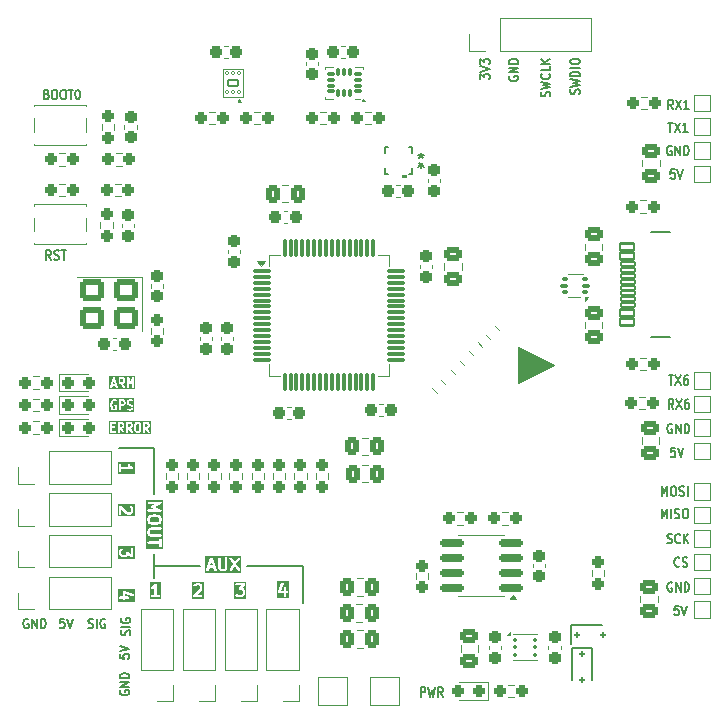
<source format=gto>
G04 #@! TF.GenerationSoftware,KiCad,Pcbnew,9.0.4*
G04 #@! TF.CreationDate,2025-09-12T00:15:02+05:30*
G04 #@! TF.ProjectId,Udayate,55646179-6174-4652-9e6b-696361645f70,1*
G04 #@! TF.SameCoordinates,Original*
G04 #@! TF.FileFunction,Legend,Top*
G04 #@! TF.FilePolarity,Positive*
%FSLAX46Y46*%
G04 Gerber Fmt 4.6, Leading zero omitted, Abs format (unit mm)*
G04 Created by KiCad (PCBNEW 9.0.4) date 2025-09-12 00:15:02*
%MOMM*%
%LPD*%
G01*
G04 APERTURE LIST*
G04 Aperture macros list*
%AMRoundRect*
0 Rectangle with rounded corners*
0 $1 Rounding radius*
0 $2 $3 $4 $5 $6 $7 $8 $9 X,Y pos of 4 corners*
0 Add a 4 corners polygon primitive as box body*
4,1,4,$2,$3,$4,$5,$6,$7,$8,$9,$2,$3,0*
0 Add four circle primitives for the rounded corners*
1,1,$1+$1,$2,$3*
1,1,$1+$1,$4,$5*
1,1,$1+$1,$6,$7*
1,1,$1+$1,$8,$9*
0 Add four rect primitives between the rounded corners*
20,1,$1+$1,$2,$3,$4,$5,0*
20,1,$1+$1,$4,$5,$6,$7,0*
20,1,$1+$1,$6,$7,$8,$9,0*
20,1,$1+$1,$8,$9,$2,$3,0*%
G04 Aperture macros list end*
%ADD10C,0.100000*%
%ADD11C,0.160000*%
%ADD12C,0.200000*%
%ADD13C,0.150000*%
%ADD14C,0.120000*%
%ADD15C,0.152400*%
%ADD16C,0.000000*%
%ADD17C,0.158000*%
%ADD18C,0.127000*%
%ADD19RoundRect,0.250000X0.475000X-0.337500X0.475000X0.337500X-0.475000X0.337500X-0.475000X-0.337500X0*%
%ADD20RoundRect,0.237500X0.300000X0.237500X-0.300000X0.237500X-0.300000X-0.237500X0.300000X-0.237500X0*%
%ADD21RoundRect,0.237500X-0.237500X0.300000X-0.237500X-0.300000X0.237500X-0.300000X0.237500X0.300000X0*%
%ADD22RoundRect,0.237500X0.250000X0.237500X-0.250000X0.237500X-0.250000X-0.237500X0.250000X-0.237500X0*%
%ADD23RoundRect,0.250000X0.337500X0.475000X-0.337500X0.475000X-0.337500X-0.475000X0.337500X-0.475000X0*%
%ADD24R,1.700000X1.700000*%
%ADD25C,1.700000*%
%ADD26R,1.000000X1.000000*%
%ADD27RoundRect,0.237500X0.237500X-0.250000X0.237500X0.250000X-0.237500X0.250000X-0.237500X-0.250000X0*%
%ADD28RoundRect,0.237500X0.344715X-0.008839X-0.008839X0.344715X-0.344715X0.008839X0.008839X-0.344715X0*%
%ADD29RoundRect,0.237500X-0.250000X-0.237500X0.250000X-0.237500X0.250000X0.237500X-0.250000X0.237500X0*%
%ADD30RoundRect,0.237500X-0.287500X-0.237500X0.287500X-0.237500X0.287500X0.237500X-0.287500X0.237500X0*%
%ADD31RoundRect,0.045000X0.105000X-0.117500X0.105000X0.117500X-0.105000X0.117500X-0.105000X-0.117500X0*%
%ADD32RoundRect,0.045000X-0.105000X0.117500X-0.105000X-0.117500X0.105000X-0.117500X0.105000X0.117500X0*%
%ADD33RoundRect,0.105000X-0.445000X-0.245000X0.445000X-0.245000X0.445000X0.245000X-0.445000X0.245000X0*%
%ADD34RoundRect,0.250000X-0.475000X0.337500X-0.475000X-0.337500X0.475000X-0.337500X0.475000X0.337500X0*%
%ADD35RoundRect,0.081250X0.231250X0.081250X-0.231250X0.081250X-0.231250X-0.081250X0.231250X-0.081250X0*%
%ADD36RoundRect,0.081250X0.081250X0.231250X-0.081250X0.231250X-0.081250X-0.231250X0.081250X-0.231250X0*%
%ADD37RoundRect,0.237500X-0.300000X-0.237500X0.300000X-0.237500X0.300000X0.237500X-0.300000X0.237500X0*%
%ADD38RoundRect,0.237500X0.237500X-0.300000X0.237500X0.300000X-0.237500X0.300000X-0.237500X-0.300000X0*%
%ADD39R,1.050000X0.650000*%
%ADD40R,0.279400X0.254000*%
%ADD41R,0.254000X0.279400*%
%ADD42C,3.200000*%
%ADD43RoundRect,0.075000X-0.700000X-0.075000X0.700000X-0.075000X0.700000X0.075000X-0.700000X0.075000X0*%
%ADD44RoundRect,0.075000X-0.075000X-0.700000X0.075000X-0.700000X0.075000X0.700000X-0.075000X0.700000X0*%
%ADD45RoundRect,0.237500X-0.344715X0.008839X0.008839X-0.344715X0.344715X-0.008839X-0.008839X0.344715X0*%
%ADD46RoundRect,0.250000X-0.337500X-0.475000X0.337500X-0.475000X0.337500X0.475000X-0.337500X0.475000X0*%
%ADD47RoundRect,0.125000X-0.125000X-0.125000X0.125000X-0.125000X0.125000X0.125000X-0.125000X0.125000X0*%
%ADD48RoundRect,0.093750X0.156250X0.093750X-0.156250X0.093750X-0.156250X-0.093750X0.156250X-0.093750X0*%
%ADD49RoundRect,0.075000X0.250000X0.075000X-0.250000X0.075000X-0.250000X-0.075000X0.250000X-0.075000X0*%
%ADD50RoundRect,0.150000X0.825000X0.150000X-0.825000X0.150000X-0.825000X-0.150000X0.825000X-0.150000X0*%
%ADD51R,2.000000X2.000000*%
%ADD52C,0.650000*%
%ADD53RoundRect,0.102000X0.570000X-0.300000X0.570000X0.300000X-0.570000X0.300000X-0.570000X-0.300000X0*%
%ADD54RoundRect,0.102000X0.570000X-0.150000X0.570000X0.150000X-0.570000X0.150000X-0.570000X-0.150000X0*%
%ADD55O,2.304000X1.254000*%
%ADD56O,2.054000X1.154000*%
%ADD57O,2.104000X1.204000*%
%ADD58RoundRect,0.093750X-0.093750X-0.106250X0.093750X-0.106250X0.093750X0.106250X-0.093750X0.106250X0*%
%ADD59R,1.000000X1.600000*%
%ADD60RoundRect,0.250000X0.800000X0.650000X-0.800000X0.650000X-0.800000X-0.650000X0.800000X-0.650000X0*%
%ADD61RoundRect,0.237500X0.287500X0.237500X-0.287500X0.237500X-0.287500X-0.237500X0.287500X-0.237500X0*%
%ADD62RoundRect,0.125000X-0.125000X0.125000X-0.125000X-0.125000X0.125000X-0.125000X0.125000X0.125000X0*%
G04 APERTURE END LIST*
D10*
X164750000Y-102500000D02*
X161750000Y-104000000D01*
X161750000Y-101000000D01*
X164750000Y-102500000D01*
G36*
X164750000Y-102500000D02*
G01*
X161750000Y-104000000D01*
X161750000Y-101000000D01*
X164750000Y-102500000D01*
G37*
D11*
X130900000Y-118500000D02*
X130900000Y-120500000D01*
X130900000Y-113400000D02*
X130900000Y-109500000D01*
X130900000Y-109500000D02*
X127900000Y-109500000D01*
X134800000Y-119500000D02*
X130900000Y-119500000D01*
X143500000Y-119550000D02*
X143500000Y-122650000D01*
X142050000Y-119500000D02*
X143500000Y-119500000D01*
X138800000Y-119500000D02*
X142050000Y-119500000D01*
X174871929Y-106193775D02*
X174638596Y-105812822D01*
X174471929Y-106193775D02*
X174471929Y-105393775D01*
X174471929Y-105393775D02*
X174738596Y-105393775D01*
X174738596Y-105393775D02*
X174805263Y-105431870D01*
X174805263Y-105431870D02*
X174838596Y-105469965D01*
X174838596Y-105469965D02*
X174871929Y-105546156D01*
X174871929Y-105546156D02*
X174871929Y-105660441D01*
X174871929Y-105660441D02*
X174838596Y-105736632D01*
X174838596Y-105736632D02*
X174805263Y-105774727D01*
X174805263Y-105774727D02*
X174738596Y-105812822D01*
X174738596Y-105812822D02*
X174471929Y-105812822D01*
X175105263Y-105393775D02*
X175571929Y-106193775D01*
X175571929Y-105393775D02*
X175105263Y-106193775D01*
X176138596Y-105393775D02*
X176005263Y-105393775D01*
X176005263Y-105393775D02*
X175938596Y-105431870D01*
X175938596Y-105431870D02*
X175905263Y-105469965D01*
X175905263Y-105469965D02*
X175838596Y-105584251D01*
X175838596Y-105584251D02*
X175805263Y-105736632D01*
X175805263Y-105736632D02*
X175805263Y-106041394D01*
X175805263Y-106041394D02*
X175838596Y-106117584D01*
X175838596Y-106117584D02*
X175871930Y-106155680D01*
X175871930Y-106155680D02*
X175938596Y-106193775D01*
X175938596Y-106193775D02*
X176071930Y-106193775D01*
X176071930Y-106193775D02*
X176138596Y-106155680D01*
X176138596Y-106155680D02*
X176171930Y-106117584D01*
X176171930Y-106117584D02*
X176205263Y-106041394D01*
X176205263Y-106041394D02*
X176205263Y-105850918D01*
X176205263Y-105850918D02*
X176171930Y-105774727D01*
X176171930Y-105774727D02*
X176138596Y-105736632D01*
X176138596Y-105736632D02*
X176071930Y-105698537D01*
X176071930Y-105698537D02*
X175938596Y-105698537D01*
X175938596Y-105698537D02*
X175871930Y-105736632D01*
X175871930Y-105736632D02*
X175838596Y-105774727D01*
X175838596Y-105774727D02*
X175805263Y-105850918D01*
D12*
G36*
X129243891Y-115304593D02*
G01*
X127821669Y-115304593D01*
X127821669Y-114474435D01*
X127932780Y-114474435D01*
X127932780Y-115093482D01*
X127934701Y-115112991D01*
X127949633Y-115149039D01*
X127977223Y-115176629D01*
X128013271Y-115191561D01*
X128052289Y-115191561D01*
X128088337Y-115176629D01*
X128115927Y-115149039D01*
X128130859Y-115112991D01*
X128132780Y-115093482D01*
X128132780Y-114715856D01*
X128533498Y-115116574D01*
X128548652Y-115129010D01*
X128551970Y-115130384D01*
X128554686Y-115132740D01*
X128572586Y-115140731D01*
X128715443Y-115188350D01*
X128725115Y-115190549D01*
X128727557Y-115191561D01*
X128731094Y-115191909D01*
X128734558Y-115192697D01*
X128737192Y-115192509D01*
X128747066Y-115193482D01*
X128842304Y-115193482D01*
X128861813Y-115191561D01*
X128865133Y-115190185D01*
X128868717Y-115189931D01*
X128887025Y-115182925D01*
X128982263Y-115135306D01*
X128990659Y-115130020D01*
X128993099Y-115129010D01*
X128995845Y-115126756D01*
X128998853Y-115124863D01*
X129000582Y-115122868D01*
X129008253Y-115116574D01*
X129055871Y-115068955D01*
X129062163Y-115061288D01*
X129064161Y-115059556D01*
X129066054Y-115056547D01*
X129068308Y-115053802D01*
X129069318Y-115051361D01*
X129074604Y-115042965D01*
X129122223Y-114947728D01*
X129129229Y-114929419D01*
X129129483Y-114925835D01*
X129130859Y-114922515D01*
X129132780Y-114903006D01*
X129132780Y-114664911D01*
X129130859Y-114645402D01*
X129129483Y-114642081D01*
X129129229Y-114638498D01*
X129122223Y-114620189D01*
X129074604Y-114524952D01*
X129069318Y-114516555D01*
X129068308Y-114514115D01*
X129066054Y-114511369D01*
X129064161Y-114508361D01*
X129062163Y-114506628D01*
X129055871Y-114498962D01*
X129008253Y-114451343D01*
X128993099Y-114438907D01*
X128957051Y-114423975D01*
X128918033Y-114423975D01*
X128881985Y-114438907D01*
X128854395Y-114466497D01*
X128839463Y-114502545D01*
X128839463Y-114541563D01*
X128854395Y-114577611D01*
X128866831Y-114592765D01*
X128902975Y-114628908D01*
X128932780Y-114688518D01*
X128932780Y-114879399D01*
X128902975Y-114939008D01*
X128878306Y-114963676D01*
X128818697Y-114993482D01*
X128763292Y-114993482D01*
X128658228Y-114958460D01*
X128103491Y-114403724D01*
X128088337Y-114391288D01*
X128052289Y-114376356D01*
X128013271Y-114376356D01*
X127977223Y-114391288D01*
X127949633Y-114418878D01*
X127934701Y-114454926D01*
X127932780Y-114474435D01*
X127821669Y-114474435D01*
X127821669Y-114265245D01*
X129243891Y-114265245D01*
X129243891Y-115304593D01*
G37*
G36*
X129290726Y-122550291D02*
G01*
X127823590Y-122550291D01*
X127823590Y-122178735D01*
X127934701Y-122178735D01*
X127934701Y-122217753D01*
X127949633Y-122253801D01*
X127977223Y-122281391D01*
X128013271Y-122296323D01*
X128032780Y-122298244D01*
X128266114Y-122298244D01*
X128266114Y-122341101D01*
X128268035Y-122360610D01*
X128282967Y-122396658D01*
X128310557Y-122424248D01*
X128346605Y-122439180D01*
X128385623Y-122439180D01*
X128421671Y-122424248D01*
X128449261Y-122396658D01*
X128464193Y-122360610D01*
X128466114Y-122341101D01*
X128466114Y-122298244D01*
X128699447Y-122298244D01*
X128718956Y-122296323D01*
X128755004Y-122281391D01*
X128782594Y-122253801D01*
X128797526Y-122217753D01*
X128797526Y-122178735D01*
X128782594Y-122142687D01*
X128755004Y-122115097D01*
X128718956Y-122100165D01*
X128699447Y-122098244D01*
X128466114Y-122098244D01*
X128466114Y-121860796D01*
X129048777Y-122055017D01*
X129067892Y-122059364D01*
X129106812Y-122056598D01*
X129141711Y-122039148D01*
X129167276Y-122009672D01*
X129179615Y-121972656D01*
X129176848Y-121933736D01*
X129159399Y-121898837D01*
X129129923Y-121873272D01*
X129112022Y-121865281D01*
X128397737Y-121627186D01*
X128388065Y-121624986D01*
X128385623Y-121623975D01*
X128383617Y-121623975D01*
X128378621Y-121622839D01*
X128362637Y-121623975D01*
X128346605Y-121623975D01*
X128343284Y-121625350D01*
X128339701Y-121625605D01*
X128325365Y-121632772D01*
X128310557Y-121638907D01*
X128308016Y-121641447D01*
X128304802Y-121643055D01*
X128294297Y-121655166D01*
X128282967Y-121666497D01*
X128281592Y-121669815D01*
X128279237Y-121672531D01*
X128274167Y-121687740D01*
X128268035Y-121702545D01*
X128267532Y-121707645D01*
X128266899Y-121709547D01*
X128267086Y-121712180D01*
X128266114Y-121722054D01*
X128266114Y-122098244D01*
X128032780Y-122098244D01*
X128013271Y-122100165D01*
X127977223Y-122115097D01*
X127949633Y-122142687D01*
X127934701Y-122178735D01*
X127823590Y-122178735D01*
X127823590Y-121511728D01*
X129290726Y-121511728D01*
X129290726Y-122550291D01*
G37*
D11*
X158523775Y-78294737D02*
X158523775Y-77861403D01*
X158523775Y-77861403D02*
X158828537Y-78094737D01*
X158828537Y-78094737D02*
X158828537Y-77994737D01*
X158828537Y-77994737D02*
X158866632Y-77928070D01*
X158866632Y-77928070D02*
X158904727Y-77894737D01*
X158904727Y-77894737D02*
X158980918Y-77861403D01*
X158980918Y-77861403D02*
X159171394Y-77861403D01*
X159171394Y-77861403D02*
X159247584Y-77894737D01*
X159247584Y-77894737D02*
X159285680Y-77928070D01*
X159285680Y-77928070D02*
X159323775Y-77994737D01*
X159323775Y-77994737D02*
X159323775Y-78194737D01*
X159323775Y-78194737D02*
X159285680Y-78261403D01*
X159285680Y-78261403D02*
X159247584Y-78294737D01*
X158523775Y-77661403D02*
X159323775Y-77428070D01*
X159323775Y-77428070D02*
X158523775Y-77194736D01*
X158523775Y-77028070D02*
X158523775Y-76594736D01*
X158523775Y-76594736D02*
X158828537Y-76828070D01*
X158828537Y-76828070D02*
X158828537Y-76728070D01*
X158828537Y-76728070D02*
X158866632Y-76661403D01*
X158866632Y-76661403D02*
X158904727Y-76628070D01*
X158904727Y-76628070D02*
X158980918Y-76594736D01*
X158980918Y-76594736D02*
X159171394Y-76594736D01*
X159171394Y-76594736D02*
X159247584Y-76628070D01*
X159247584Y-76628070D02*
X159285680Y-76661403D01*
X159285680Y-76661403D02*
X159323775Y-76728070D01*
X159323775Y-76728070D02*
X159323775Y-76928070D01*
X159323775Y-76928070D02*
X159285680Y-76994736D01*
X159285680Y-76994736D02*
X159247584Y-77028070D01*
X127993775Y-126994737D02*
X127993775Y-127328070D01*
X127993775Y-127328070D02*
X128374727Y-127361403D01*
X128374727Y-127361403D02*
X128336632Y-127328070D01*
X128336632Y-127328070D02*
X128298537Y-127261403D01*
X128298537Y-127261403D02*
X128298537Y-127094737D01*
X128298537Y-127094737D02*
X128336632Y-127028070D01*
X128336632Y-127028070D02*
X128374727Y-126994737D01*
X128374727Y-126994737D02*
X128450918Y-126961403D01*
X128450918Y-126961403D02*
X128641394Y-126961403D01*
X128641394Y-126961403D02*
X128717584Y-126994737D01*
X128717584Y-126994737D02*
X128755680Y-127028070D01*
X128755680Y-127028070D02*
X128793775Y-127094737D01*
X128793775Y-127094737D02*
X128793775Y-127261403D01*
X128793775Y-127261403D02*
X128755680Y-127328070D01*
X128755680Y-127328070D02*
X128717584Y-127361403D01*
X127993775Y-126761403D02*
X128793775Y-126528070D01*
X128793775Y-126528070D02*
X127993775Y-126294736D01*
D12*
G36*
X138704593Y-122278330D02*
G01*
X137665245Y-122278330D01*
X137665245Y-121047710D01*
X137776356Y-121047710D01*
X137776356Y-121086728D01*
X137791288Y-121122776D01*
X137818878Y-121150366D01*
X137854926Y-121165298D01*
X137874435Y-121167219D01*
X138273105Y-121167219D01*
X138084891Y-121382321D01*
X138078861Y-121390754D01*
X138077002Y-121392614D01*
X138076271Y-121394377D01*
X138073490Y-121398268D01*
X138068285Y-121413656D01*
X138062070Y-121428662D01*
X138062070Y-121432035D01*
X138060990Y-121435229D01*
X138062070Y-121451431D01*
X138062070Y-121467680D01*
X138063360Y-121470795D01*
X138063585Y-121474161D01*
X138070785Y-121488721D01*
X138077002Y-121503728D01*
X138079386Y-121506112D01*
X138080882Y-121509136D01*
X138093107Y-121519833D01*
X138104592Y-121531318D01*
X138107706Y-121532608D01*
X138110246Y-121534830D01*
X138125634Y-121540034D01*
X138140640Y-121546250D01*
X138145399Y-121546718D01*
X138147207Y-121547330D01*
X138149831Y-121547155D01*
X138160149Y-121548171D01*
X138279399Y-121548171D01*
X138339008Y-121577976D01*
X138363677Y-121602644D01*
X138393482Y-121662254D01*
X138393482Y-121853135D01*
X138363677Y-121912743D01*
X138339008Y-121937413D01*
X138279399Y-121967219D01*
X138040899Y-121967219D01*
X137981289Y-121937414D01*
X137945146Y-121901270D01*
X137929993Y-121888833D01*
X137893945Y-121873902D01*
X137854927Y-121873901D01*
X137818878Y-121888832D01*
X137791288Y-121916422D01*
X137776357Y-121952470D01*
X137776356Y-121991488D01*
X137791287Y-122027537D01*
X137803724Y-122042690D01*
X137851342Y-122090310D01*
X137859010Y-122096603D01*
X137860742Y-122098600D01*
X137863750Y-122100493D01*
X137866496Y-122102747D01*
X137868936Y-122103757D01*
X137877333Y-122109043D01*
X137972570Y-122156662D01*
X137990879Y-122163668D01*
X137994462Y-122163922D01*
X137997783Y-122165298D01*
X138017292Y-122167219D01*
X138303006Y-122167219D01*
X138322515Y-122165298D01*
X138325835Y-122163922D01*
X138329419Y-122163668D01*
X138347727Y-122156662D01*
X138442965Y-122109043D01*
X138451360Y-122103758D01*
X138453802Y-122102747D01*
X138456549Y-122100491D01*
X138459555Y-122098600D01*
X138461285Y-122096605D01*
X138468955Y-122090310D01*
X138516574Y-122042690D01*
X138522866Y-122035023D01*
X138524863Y-122033292D01*
X138526756Y-122030284D01*
X138529011Y-122027537D01*
X138530022Y-122025095D01*
X138535306Y-122016701D01*
X138582925Y-121921464D01*
X138589931Y-121903155D01*
X138590185Y-121899571D01*
X138591561Y-121896251D01*
X138593482Y-121876742D01*
X138593482Y-121638647D01*
X138591561Y-121619138D01*
X138590185Y-121615817D01*
X138589931Y-121612234D01*
X138582925Y-121593925D01*
X138535306Y-121498688D01*
X138530020Y-121490291D01*
X138529010Y-121487851D01*
X138526756Y-121485105D01*
X138524863Y-121482097D01*
X138522865Y-121480364D01*
X138516573Y-121472698D01*
X138468955Y-121425079D01*
X138461284Y-121418784D01*
X138459555Y-121416790D01*
X138456547Y-121414896D01*
X138453801Y-121412643D01*
X138451361Y-121411632D01*
X138442965Y-121406347D01*
X138364117Y-121366923D01*
X138568740Y-121133069D01*
X138574769Y-121124635D01*
X138576629Y-121122776D01*
X138577359Y-121121012D01*
X138580141Y-121117122D01*
X138585345Y-121101733D01*
X138591561Y-121086728D01*
X138591561Y-121083354D01*
X138592641Y-121080161D01*
X138591561Y-121063958D01*
X138591561Y-121047710D01*
X138590270Y-121044594D01*
X138590046Y-121041229D01*
X138582843Y-121026663D01*
X138576629Y-121011662D01*
X138574245Y-121009278D01*
X138572750Y-121006254D01*
X138560516Y-120995549D01*
X138549039Y-120984072D01*
X138545925Y-120982782D01*
X138543386Y-120980560D01*
X138527994Y-120975354D01*
X138512991Y-120969140D01*
X138508231Y-120968671D01*
X138506424Y-120968060D01*
X138503799Y-120968234D01*
X138493482Y-120967219D01*
X137874435Y-120967219D01*
X137854926Y-120969140D01*
X137818878Y-120984072D01*
X137791288Y-121011662D01*
X137776356Y-121047710D01*
X137665245Y-121047710D01*
X137665245Y-120856108D01*
X138704593Y-120856108D01*
X138704593Y-122278330D01*
G37*
G36*
X131502672Y-122278330D02*
G01*
X130511728Y-122278330D01*
X130511728Y-121340426D01*
X130622839Y-121340426D01*
X130625605Y-121379346D01*
X130643054Y-121414245D01*
X130672531Y-121439809D01*
X130709547Y-121452148D01*
X130748467Y-121449382D01*
X130766775Y-121442376D01*
X130862013Y-121394757D01*
X130870409Y-121389471D01*
X130872849Y-121388461D01*
X130875595Y-121386207D01*
X130878603Y-121384314D01*
X130880332Y-121382319D01*
X130888003Y-121376025D01*
X130907768Y-121356260D01*
X130907768Y-121967219D01*
X130722054Y-121967219D01*
X130702545Y-121969140D01*
X130666497Y-121984072D01*
X130638907Y-122011662D01*
X130623975Y-122047710D01*
X130623975Y-122086728D01*
X130638907Y-122122776D01*
X130666497Y-122150366D01*
X130702545Y-122165298D01*
X130722054Y-122167219D01*
X131293482Y-122167219D01*
X131312991Y-122165298D01*
X131349039Y-122150366D01*
X131376629Y-122122776D01*
X131391561Y-122086728D01*
X131391561Y-122047710D01*
X131376629Y-122011662D01*
X131349039Y-121984072D01*
X131312991Y-121969140D01*
X131293482Y-121967219D01*
X131107768Y-121967219D01*
X131107768Y-121067219D01*
X131107761Y-121067148D01*
X131107768Y-121067114D01*
X131107747Y-121067012D01*
X131105847Y-121047710D01*
X131102057Y-121038561D01*
X131100116Y-121028854D01*
X131094664Y-121020713D01*
X131090915Y-121011662D01*
X131083915Y-121004662D01*
X131078405Y-120996434D01*
X131070250Y-120990997D01*
X131063325Y-120984072D01*
X131054181Y-120980284D01*
X131045940Y-120974790D01*
X131036326Y-120972888D01*
X131027277Y-120969140D01*
X131017376Y-120969140D01*
X131007664Y-120967219D01*
X130998059Y-120969140D01*
X130988259Y-120969140D01*
X130979110Y-120972929D01*
X130969403Y-120974871D01*
X130961262Y-120980322D01*
X130952211Y-120984072D01*
X130945211Y-120991071D01*
X130936983Y-120996582D01*
X130924694Y-121011588D01*
X130924621Y-121011662D01*
X130924607Y-121011694D01*
X130924563Y-121011749D01*
X130834819Y-121146365D01*
X130758055Y-121223128D01*
X130677333Y-121263490D01*
X130660742Y-121273933D01*
X130635178Y-121303410D01*
X130622839Y-121340426D01*
X130511728Y-121340426D01*
X130511728Y-120856108D01*
X131502672Y-120856108D01*
X131502672Y-122278330D01*
G37*
D11*
X174707346Y-83963120D02*
X174640679Y-83925025D01*
X174640679Y-83925025D02*
X174540679Y-83925025D01*
X174540679Y-83925025D02*
X174440679Y-83963120D01*
X174440679Y-83963120D02*
X174374013Y-84039310D01*
X174374013Y-84039310D02*
X174340679Y-84115501D01*
X174340679Y-84115501D02*
X174307346Y-84267882D01*
X174307346Y-84267882D02*
X174307346Y-84382168D01*
X174307346Y-84382168D02*
X174340679Y-84534549D01*
X174340679Y-84534549D02*
X174374013Y-84610739D01*
X174374013Y-84610739D02*
X174440679Y-84686930D01*
X174440679Y-84686930D02*
X174540679Y-84725025D01*
X174540679Y-84725025D02*
X174607346Y-84725025D01*
X174607346Y-84725025D02*
X174707346Y-84686930D01*
X174707346Y-84686930D02*
X174740679Y-84648834D01*
X174740679Y-84648834D02*
X174740679Y-84382168D01*
X174740679Y-84382168D02*
X174607346Y-84382168D01*
X175040679Y-84725025D02*
X175040679Y-83925025D01*
X175040679Y-83925025D02*
X175440679Y-84725025D01*
X175440679Y-84725025D02*
X175440679Y-83925025D01*
X175774012Y-84725025D02*
X175774012Y-83925025D01*
X175774012Y-83925025D02*
X175940679Y-83925025D01*
X175940679Y-83925025D02*
X176040679Y-83963120D01*
X176040679Y-83963120D02*
X176107346Y-84039310D01*
X176107346Y-84039310D02*
X176140679Y-84115501D01*
X176140679Y-84115501D02*
X176174012Y-84267882D01*
X176174012Y-84267882D02*
X176174012Y-84382168D01*
X176174012Y-84382168D02*
X176140679Y-84534549D01*
X176140679Y-84534549D02*
X176107346Y-84610739D01*
X176107346Y-84610739D02*
X176040679Y-84686930D01*
X176040679Y-84686930D02*
X175940679Y-84725025D01*
X175940679Y-84725025D02*
X175774012Y-84725025D01*
X160961870Y-78061403D02*
X160923775Y-78128070D01*
X160923775Y-78128070D02*
X160923775Y-78228070D01*
X160923775Y-78228070D02*
X160961870Y-78328070D01*
X160961870Y-78328070D02*
X161038060Y-78394737D01*
X161038060Y-78394737D02*
X161114251Y-78428070D01*
X161114251Y-78428070D02*
X161266632Y-78461403D01*
X161266632Y-78461403D02*
X161380918Y-78461403D01*
X161380918Y-78461403D02*
X161533299Y-78428070D01*
X161533299Y-78428070D02*
X161609489Y-78394737D01*
X161609489Y-78394737D02*
X161685680Y-78328070D01*
X161685680Y-78328070D02*
X161723775Y-78228070D01*
X161723775Y-78228070D02*
X161723775Y-78161403D01*
X161723775Y-78161403D02*
X161685680Y-78061403D01*
X161685680Y-78061403D02*
X161647584Y-78028070D01*
X161647584Y-78028070D02*
X161380918Y-78028070D01*
X161380918Y-78028070D02*
X161380918Y-78161403D01*
X161723775Y-77728070D02*
X160923775Y-77728070D01*
X160923775Y-77728070D02*
X161723775Y-77328070D01*
X161723775Y-77328070D02*
X160923775Y-77328070D01*
X161723775Y-76994737D02*
X160923775Y-76994737D01*
X160923775Y-76994737D02*
X160923775Y-76828070D01*
X160923775Y-76828070D02*
X160961870Y-76728070D01*
X160961870Y-76728070D02*
X161038060Y-76661404D01*
X161038060Y-76661404D02*
X161114251Y-76628070D01*
X161114251Y-76628070D02*
X161266632Y-76594737D01*
X161266632Y-76594737D02*
X161380918Y-76594737D01*
X161380918Y-76594737D02*
X161533299Y-76628070D01*
X161533299Y-76628070D02*
X161609489Y-76661404D01*
X161609489Y-76661404D02*
X161685680Y-76728070D01*
X161685680Y-76728070D02*
X161723775Y-76828070D01*
X161723775Y-76828070D02*
X161723775Y-76994737D01*
X175305263Y-122893775D02*
X174971929Y-122893775D01*
X174971929Y-122893775D02*
X174938596Y-123274727D01*
X174938596Y-123274727D02*
X174971929Y-123236632D01*
X174971929Y-123236632D02*
X175038596Y-123198537D01*
X175038596Y-123198537D02*
X175205263Y-123198537D01*
X175205263Y-123198537D02*
X175271929Y-123236632D01*
X175271929Y-123236632D02*
X175305263Y-123274727D01*
X175305263Y-123274727D02*
X175338596Y-123350918D01*
X175338596Y-123350918D02*
X175338596Y-123541394D01*
X175338596Y-123541394D02*
X175305263Y-123617584D01*
X175305263Y-123617584D02*
X175271929Y-123655680D01*
X175271929Y-123655680D02*
X175205263Y-123693775D01*
X175205263Y-123693775D02*
X175038596Y-123693775D01*
X175038596Y-123693775D02*
X174971929Y-123655680D01*
X174971929Y-123655680D02*
X174938596Y-123617584D01*
X175538596Y-122893775D02*
X175771930Y-123693775D01*
X175771930Y-123693775D02*
X176005263Y-122893775D01*
X173871929Y-115493775D02*
X173871929Y-114693775D01*
X173871929Y-114693775D02*
X174105263Y-115265203D01*
X174105263Y-115265203D02*
X174338596Y-114693775D01*
X174338596Y-114693775D02*
X174338596Y-115493775D01*
X174671929Y-115493775D02*
X174671929Y-114693775D01*
X174971929Y-115455680D02*
X175071929Y-115493775D01*
X175071929Y-115493775D02*
X175238596Y-115493775D01*
X175238596Y-115493775D02*
X175305262Y-115455680D01*
X175305262Y-115455680D02*
X175338596Y-115417584D01*
X175338596Y-115417584D02*
X175371929Y-115341394D01*
X175371929Y-115341394D02*
X175371929Y-115265203D01*
X175371929Y-115265203D02*
X175338596Y-115189013D01*
X175338596Y-115189013D02*
X175305262Y-115150918D01*
X175305262Y-115150918D02*
X175238596Y-115112822D01*
X175238596Y-115112822D02*
X175105262Y-115074727D01*
X175105262Y-115074727D02*
X175038596Y-115036632D01*
X175038596Y-115036632D02*
X175005262Y-114998537D01*
X175005262Y-114998537D02*
X174971929Y-114922346D01*
X174971929Y-114922346D02*
X174971929Y-114846156D01*
X174971929Y-114846156D02*
X175005262Y-114769965D01*
X175005262Y-114769965D02*
X175038596Y-114731870D01*
X175038596Y-114731870D02*
X175105262Y-114693775D01*
X175105262Y-114693775D02*
X175271929Y-114693775D01*
X175271929Y-114693775D02*
X175371929Y-114731870D01*
X175805263Y-114693775D02*
X175938596Y-114693775D01*
X175938596Y-114693775D02*
X176005263Y-114731870D01*
X176005263Y-114731870D02*
X176071929Y-114808060D01*
X176071929Y-114808060D02*
X176105263Y-114960441D01*
X176105263Y-114960441D02*
X176105263Y-115227108D01*
X176105263Y-115227108D02*
X176071929Y-115379489D01*
X176071929Y-115379489D02*
X176005263Y-115455680D01*
X176005263Y-115455680D02*
X175938596Y-115493775D01*
X175938596Y-115493775D02*
X175805263Y-115493775D01*
X175805263Y-115493775D02*
X175738596Y-115455680D01*
X175738596Y-115455680D02*
X175671929Y-115379489D01*
X175671929Y-115379489D02*
X175638596Y-115227108D01*
X175638596Y-115227108D02*
X175638596Y-114960441D01*
X175638596Y-114960441D02*
X175671929Y-114808060D01*
X175671929Y-114808060D02*
X175738596Y-114731870D01*
X175738596Y-114731870D02*
X175805263Y-114693775D01*
D12*
G36*
X135859502Y-119481504D02*
G01*
X135660797Y-119481504D01*
X135760149Y-119183446D01*
X135859502Y-119481504D01*
G37*
G36*
X138256974Y-120078330D02*
G01*
X135216490Y-120078330D01*
X135216490Y-119854712D01*
X135327601Y-119854712D01*
X135330367Y-119893632D01*
X135347817Y-119928531D01*
X135377293Y-119954096D01*
X135414309Y-119966434D01*
X135453229Y-119963668D01*
X135488128Y-119946218D01*
X135513693Y-119916742D01*
X135521684Y-119898842D01*
X135594130Y-119681504D01*
X135926168Y-119681504D01*
X135998614Y-119898841D01*
X136006605Y-119916742D01*
X136032170Y-119946218D01*
X136067069Y-119963667D01*
X136105989Y-119966434D01*
X136143005Y-119954095D01*
X136172481Y-119928530D01*
X136189931Y-119893631D01*
X136192697Y-119854711D01*
X136188350Y-119835596D01*
X135865558Y-118867219D01*
X136326816Y-118867219D01*
X136326816Y-119676742D01*
X136328737Y-119696251D01*
X136330112Y-119699571D01*
X136330367Y-119703155D01*
X136337373Y-119721463D01*
X136384992Y-119816701D01*
X136390275Y-119825093D01*
X136391287Y-119827537D01*
X136393543Y-119830286D01*
X136395435Y-119833291D01*
X136397429Y-119835020D01*
X136403724Y-119842690D01*
X136451342Y-119890310D01*
X136459010Y-119896603D01*
X136460742Y-119898600D01*
X136463750Y-119900493D01*
X136466496Y-119902747D01*
X136468936Y-119903757D01*
X136477333Y-119909043D01*
X136572570Y-119956662D01*
X136590879Y-119963668D01*
X136594462Y-119963922D01*
X136597783Y-119965298D01*
X136617292Y-119967219D01*
X136807768Y-119967219D01*
X136827277Y-119965298D01*
X136830597Y-119963922D01*
X136834181Y-119963668D01*
X136852489Y-119956662D01*
X136947727Y-119909043D01*
X136956122Y-119903758D01*
X136958564Y-119902747D01*
X136961311Y-119900491D01*
X136964317Y-119898600D01*
X136966047Y-119896605D01*
X136973717Y-119890310D01*
X137021336Y-119842690D01*
X137027628Y-119835023D01*
X137029625Y-119833292D01*
X137031518Y-119830284D01*
X137033773Y-119827537D01*
X137034784Y-119825095D01*
X137040068Y-119816701D01*
X137087687Y-119721464D01*
X137094693Y-119703155D01*
X137094947Y-119699571D01*
X137096323Y-119696251D01*
X137098244Y-119676742D01*
X137098244Y-118867219D01*
X137098234Y-118867114D01*
X137279197Y-118867114D01*
X137286769Y-118905391D01*
X137295992Y-118922689D01*
X137592345Y-119367219D01*
X137295992Y-119811749D01*
X137286769Y-119829047D01*
X137279197Y-119867324D01*
X137286849Y-119905584D01*
X137308560Y-119938004D01*
X137341025Y-119959647D01*
X137379302Y-119967219D01*
X137417562Y-119959567D01*
X137449982Y-119937856D01*
X137462402Y-119922689D01*
X137712530Y-119547496D01*
X137962658Y-119922689D01*
X137975078Y-119937856D01*
X138007498Y-119959567D01*
X138045758Y-119967219D01*
X138084035Y-119959647D01*
X138116500Y-119938004D01*
X138138211Y-119905584D01*
X138145863Y-119867324D01*
X138138291Y-119829047D01*
X138129068Y-119811749D01*
X137832714Y-119367219D01*
X138129068Y-118922689D01*
X138138291Y-118905391D01*
X138145863Y-118867114D01*
X138138211Y-118828854D01*
X138116500Y-118796434D01*
X138084035Y-118774791D01*
X138045758Y-118767219D01*
X138007498Y-118774871D01*
X137975078Y-118796582D01*
X137962658Y-118811749D01*
X137712530Y-119186941D01*
X137462402Y-118811749D01*
X137449982Y-118796582D01*
X137417562Y-118774871D01*
X137379302Y-118767219D01*
X137341025Y-118774791D01*
X137308560Y-118796434D01*
X137286849Y-118828854D01*
X137279197Y-118867114D01*
X137098234Y-118867114D01*
X137096323Y-118847710D01*
X137081391Y-118811662D01*
X137053801Y-118784072D01*
X137017753Y-118769140D01*
X136978735Y-118769140D01*
X136942687Y-118784072D01*
X136915097Y-118811662D01*
X136900165Y-118847710D01*
X136898244Y-118867219D01*
X136898244Y-119653135D01*
X136868439Y-119712743D01*
X136843770Y-119737413D01*
X136784161Y-119767219D01*
X136640899Y-119767219D01*
X136581289Y-119737414D01*
X136556622Y-119712746D01*
X136526816Y-119653134D01*
X136526816Y-118867219D01*
X136524895Y-118847710D01*
X136509963Y-118811662D01*
X136482373Y-118784072D01*
X136446325Y-118769140D01*
X136407307Y-118769140D01*
X136371259Y-118784072D01*
X136343669Y-118811662D01*
X136328737Y-118847710D01*
X136326816Y-118867219D01*
X135865558Y-118867219D01*
X135855017Y-118835596D01*
X135847026Y-118817696D01*
X135842341Y-118812294D01*
X135839148Y-118805908D01*
X135829679Y-118797695D01*
X135821461Y-118788220D01*
X135815069Y-118785023D01*
X135809672Y-118780343D01*
X135797778Y-118776378D01*
X135786562Y-118770770D01*
X135779434Y-118770263D01*
X135772656Y-118768004D01*
X135760151Y-118768893D01*
X135747642Y-118768004D01*
X135740860Y-118770264D01*
X135733736Y-118770771D01*
X135722527Y-118776374D01*
X135710626Y-118780342D01*
X135705225Y-118785025D01*
X135698837Y-118788220D01*
X135690621Y-118797691D01*
X135681150Y-118805907D01*
X135677955Y-118812296D01*
X135673272Y-118817696D01*
X135665281Y-118835597D01*
X135331948Y-119835596D01*
X135327601Y-119854712D01*
X135216490Y-119854712D01*
X135216490Y-118656108D01*
X138256974Y-118656108D01*
X138256974Y-120078330D01*
G37*
D11*
X174738596Y-120931870D02*
X174671929Y-120893775D01*
X174671929Y-120893775D02*
X174571929Y-120893775D01*
X174571929Y-120893775D02*
X174471929Y-120931870D01*
X174471929Y-120931870D02*
X174405263Y-121008060D01*
X174405263Y-121008060D02*
X174371929Y-121084251D01*
X174371929Y-121084251D02*
X174338596Y-121236632D01*
X174338596Y-121236632D02*
X174338596Y-121350918D01*
X174338596Y-121350918D02*
X174371929Y-121503299D01*
X174371929Y-121503299D02*
X174405263Y-121579489D01*
X174405263Y-121579489D02*
X174471929Y-121655680D01*
X174471929Y-121655680D02*
X174571929Y-121693775D01*
X174571929Y-121693775D02*
X174638596Y-121693775D01*
X174638596Y-121693775D02*
X174738596Y-121655680D01*
X174738596Y-121655680D02*
X174771929Y-121617584D01*
X174771929Y-121617584D02*
X174771929Y-121350918D01*
X174771929Y-121350918D02*
X174638596Y-121350918D01*
X175071929Y-121693775D02*
X175071929Y-120893775D01*
X175071929Y-120893775D02*
X175471929Y-121693775D01*
X175471929Y-121693775D02*
X175471929Y-120893775D01*
X175805262Y-121693775D02*
X175805262Y-120893775D01*
X175805262Y-120893775D02*
X175971929Y-120893775D01*
X175971929Y-120893775D02*
X176071929Y-120931870D01*
X176071929Y-120931870D02*
X176138596Y-121008060D01*
X176138596Y-121008060D02*
X176171929Y-121084251D01*
X176171929Y-121084251D02*
X176205262Y-121236632D01*
X176205262Y-121236632D02*
X176205262Y-121350918D01*
X176205262Y-121350918D02*
X176171929Y-121503299D01*
X176171929Y-121503299D02*
X176138596Y-121579489D01*
X176138596Y-121579489D02*
X176071929Y-121655680D01*
X176071929Y-121655680D02*
X175971929Y-121693775D01*
X175971929Y-121693775D02*
X175805262Y-121693775D01*
X174471929Y-103393775D02*
X174871929Y-103393775D01*
X174671929Y-104193775D02*
X174671929Y-103393775D01*
X175038596Y-103393775D02*
X175505262Y-104193775D01*
X175505262Y-103393775D02*
X175038596Y-104193775D01*
X176071929Y-103393775D02*
X175938596Y-103393775D01*
X175938596Y-103393775D02*
X175871929Y-103431870D01*
X175871929Y-103431870D02*
X175838596Y-103469965D01*
X175838596Y-103469965D02*
X175771929Y-103584251D01*
X175771929Y-103584251D02*
X175738596Y-103736632D01*
X175738596Y-103736632D02*
X175738596Y-104041394D01*
X175738596Y-104041394D02*
X175771929Y-104117584D01*
X175771929Y-104117584D02*
X175805263Y-104155680D01*
X175805263Y-104155680D02*
X175871929Y-104193775D01*
X175871929Y-104193775D02*
X176005263Y-104193775D01*
X176005263Y-104193775D02*
X176071929Y-104155680D01*
X176071929Y-104155680D02*
X176105263Y-104117584D01*
X176105263Y-104117584D02*
X176138596Y-104041394D01*
X176138596Y-104041394D02*
X176138596Y-103850918D01*
X176138596Y-103850918D02*
X176105263Y-103774727D01*
X176105263Y-103774727D02*
X176071929Y-103736632D01*
X176071929Y-103736632D02*
X176005263Y-103698537D01*
X176005263Y-103698537D02*
X175871929Y-103698537D01*
X175871929Y-103698537D02*
X175805263Y-103736632D01*
X175805263Y-103736632D02*
X175771929Y-103774727D01*
X175771929Y-103774727D02*
X175738596Y-103850918D01*
X174738596Y-107531870D02*
X174671929Y-107493775D01*
X174671929Y-107493775D02*
X174571929Y-107493775D01*
X174571929Y-107493775D02*
X174471929Y-107531870D01*
X174471929Y-107531870D02*
X174405263Y-107608060D01*
X174405263Y-107608060D02*
X174371929Y-107684251D01*
X174371929Y-107684251D02*
X174338596Y-107836632D01*
X174338596Y-107836632D02*
X174338596Y-107950918D01*
X174338596Y-107950918D02*
X174371929Y-108103299D01*
X174371929Y-108103299D02*
X174405263Y-108179489D01*
X174405263Y-108179489D02*
X174471929Y-108255680D01*
X174471929Y-108255680D02*
X174571929Y-108293775D01*
X174571929Y-108293775D02*
X174638596Y-108293775D01*
X174638596Y-108293775D02*
X174738596Y-108255680D01*
X174738596Y-108255680D02*
X174771929Y-108217584D01*
X174771929Y-108217584D02*
X174771929Y-107950918D01*
X174771929Y-107950918D02*
X174638596Y-107950918D01*
X175071929Y-108293775D02*
X175071929Y-107493775D01*
X175071929Y-107493775D02*
X175471929Y-108293775D01*
X175471929Y-108293775D02*
X175471929Y-107493775D01*
X175805262Y-108293775D02*
X175805262Y-107493775D01*
X175805262Y-107493775D02*
X175971929Y-107493775D01*
X175971929Y-107493775D02*
X176071929Y-107531870D01*
X176071929Y-107531870D02*
X176138596Y-107608060D01*
X176138596Y-107608060D02*
X176171929Y-107684251D01*
X176171929Y-107684251D02*
X176205262Y-107836632D01*
X176205262Y-107836632D02*
X176205262Y-107950918D01*
X176205262Y-107950918D02*
X176171929Y-108103299D01*
X176171929Y-108103299D02*
X176138596Y-108179489D01*
X176138596Y-108179489D02*
X176071929Y-108255680D01*
X176071929Y-108255680D02*
X175971929Y-108293775D01*
X175971929Y-108293775D02*
X175805262Y-108293775D01*
X128031870Y-130061403D02*
X127993775Y-130128070D01*
X127993775Y-130128070D02*
X127993775Y-130228070D01*
X127993775Y-130228070D02*
X128031870Y-130328070D01*
X128031870Y-130328070D02*
X128108060Y-130394737D01*
X128108060Y-130394737D02*
X128184251Y-130428070D01*
X128184251Y-130428070D02*
X128336632Y-130461403D01*
X128336632Y-130461403D02*
X128450918Y-130461403D01*
X128450918Y-130461403D02*
X128603299Y-130428070D01*
X128603299Y-130428070D02*
X128679489Y-130394737D01*
X128679489Y-130394737D02*
X128755680Y-130328070D01*
X128755680Y-130328070D02*
X128793775Y-130228070D01*
X128793775Y-130228070D02*
X128793775Y-130161403D01*
X128793775Y-130161403D02*
X128755680Y-130061403D01*
X128755680Y-130061403D02*
X128717584Y-130028070D01*
X128717584Y-130028070D02*
X128450918Y-130028070D01*
X128450918Y-130028070D02*
X128450918Y-130161403D01*
X128793775Y-129728070D02*
X127993775Y-129728070D01*
X127993775Y-129728070D02*
X128793775Y-129328070D01*
X128793775Y-129328070D02*
X127993775Y-129328070D01*
X128793775Y-128994737D02*
X127993775Y-128994737D01*
X127993775Y-128994737D02*
X127993775Y-128828070D01*
X127993775Y-128828070D02*
X128031870Y-128728070D01*
X128031870Y-128728070D02*
X128108060Y-128661404D01*
X128108060Y-128661404D02*
X128184251Y-128628070D01*
X128184251Y-128628070D02*
X128336632Y-128594737D01*
X128336632Y-128594737D02*
X128450918Y-128594737D01*
X128450918Y-128594737D02*
X128603299Y-128628070D01*
X128603299Y-128628070D02*
X128679489Y-128661404D01*
X128679489Y-128661404D02*
X128755680Y-128728070D01*
X128755680Y-128728070D02*
X128793775Y-128828070D01*
X128793775Y-128828070D02*
X128793775Y-128994737D01*
X123305263Y-123993775D02*
X122971929Y-123993775D01*
X122971929Y-123993775D02*
X122938596Y-124374727D01*
X122938596Y-124374727D02*
X122971929Y-124336632D01*
X122971929Y-124336632D02*
X123038596Y-124298537D01*
X123038596Y-124298537D02*
X123205263Y-124298537D01*
X123205263Y-124298537D02*
X123271929Y-124336632D01*
X123271929Y-124336632D02*
X123305263Y-124374727D01*
X123305263Y-124374727D02*
X123338596Y-124450918D01*
X123338596Y-124450918D02*
X123338596Y-124641394D01*
X123338596Y-124641394D02*
X123305263Y-124717584D01*
X123305263Y-124717584D02*
X123271929Y-124755680D01*
X123271929Y-124755680D02*
X123205263Y-124793775D01*
X123205263Y-124793775D02*
X123038596Y-124793775D01*
X123038596Y-124793775D02*
X122971929Y-124755680D01*
X122971929Y-124755680D02*
X122938596Y-124717584D01*
X123538596Y-123993775D02*
X123771930Y-124793775D01*
X123771930Y-124793775D02*
X124005263Y-123993775D01*
X120238596Y-124031870D02*
X120171929Y-123993775D01*
X120171929Y-123993775D02*
X120071929Y-123993775D01*
X120071929Y-123993775D02*
X119971929Y-124031870D01*
X119971929Y-124031870D02*
X119905263Y-124108060D01*
X119905263Y-124108060D02*
X119871929Y-124184251D01*
X119871929Y-124184251D02*
X119838596Y-124336632D01*
X119838596Y-124336632D02*
X119838596Y-124450918D01*
X119838596Y-124450918D02*
X119871929Y-124603299D01*
X119871929Y-124603299D02*
X119905263Y-124679489D01*
X119905263Y-124679489D02*
X119971929Y-124755680D01*
X119971929Y-124755680D02*
X120071929Y-124793775D01*
X120071929Y-124793775D02*
X120138596Y-124793775D01*
X120138596Y-124793775D02*
X120238596Y-124755680D01*
X120238596Y-124755680D02*
X120271929Y-124717584D01*
X120271929Y-124717584D02*
X120271929Y-124450918D01*
X120271929Y-124450918D02*
X120138596Y-124450918D01*
X120571929Y-124793775D02*
X120571929Y-123993775D01*
X120571929Y-123993775D02*
X120971929Y-124793775D01*
X120971929Y-124793775D02*
X120971929Y-123993775D01*
X121305262Y-124793775D02*
X121305262Y-123993775D01*
X121305262Y-123993775D02*
X121471929Y-123993775D01*
X121471929Y-123993775D02*
X121571929Y-124031870D01*
X121571929Y-124031870D02*
X121638596Y-124108060D01*
X121638596Y-124108060D02*
X121671929Y-124184251D01*
X121671929Y-124184251D02*
X121705262Y-124336632D01*
X121705262Y-124336632D02*
X121705262Y-124450918D01*
X121705262Y-124450918D02*
X121671929Y-124603299D01*
X121671929Y-124603299D02*
X121638596Y-124679489D01*
X121638596Y-124679489D02*
X121571929Y-124755680D01*
X121571929Y-124755680D02*
X121471929Y-124793775D01*
X121471929Y-124793775D02*
X121305262Y-124793775D01*
X174974013Y-85925025D02*
X174640679Y-85925025D01*
X174640679Y-85925025D02*
X174607346Y-86305977D01*
X174607346Y-86305977D02*
X174640679Y-86267882D01*
X174640679Y-86267882D02*
X174707346Y-86229787D01*
X174707346Y-86229787D02*
X174874013Y-86229787D01*
X174874013Y-86229787D02*
X174940679Y-86267882D01*
X174940679Y-86267882D02*
X174974013Y-86305977D01*
X174974013Y-86305977D02*
X175007346Y-86382168D01*
X175007346Y-86382168D02*
X175007346Y-86572644D01*
X175007346Y-86572644D02*
X174974013Y-86648834D01*
X174974013Y-86648834D02*
X174940679Y-86686930D01*
X174940679Y-86686930D02*
X174874013Y-86725025D01*
X174874013Y-86725025D02*
X174707346Y-86725025D01*
X174707346Y-86725025D02*
X174640679Y-86686930D01*
X174640679Y-86686930D02*
X174607346Y-86648834D01*
X175207346Y-85925025D02*
X175440680Y-86725025D01*
X175440680Y-86725025D02*
X175674013Y-85925025D01*
X174394736Y-81993775D02*
X174794736Y-81993775D01*
X174594736Y-82793775D02*
X174594736Y-81993775D01*
X174961403Y-81993775D02*
X175428069Y-82793775D01*
X175428069Y-81993775D02*
X174961403Y-82793775D01*
X176061403Y-82793775D02*
X175661403Y-82793775D01*
X175861403Y-82793775D02*
X175861403Y-81993775D01*
X175861403Y-81993775D02*
X175794736Y-82108060D01*
X175794736Y-82108060D02*
X175728070Y-82184251D01*
X175728070Y-82184251D02*
X175661403Y-82222346D01*
X175371929Y-119517584D02*
X175338596Y-119555680D01*
X175338596Y-119555680D02*
X175238596Y-119593775D01*
X175238596Y-119593775D02*
X175171929Y-119593775D01*
X175171929Y-119593775D02*
X175071929Y-119555680D01*
X175071929Y-119555680D02*
X175005263Y-119479489D01*
X175005263Y-119479489D02*
X174971929Y-119403299D01*
X174971929Y-119403299D02*
X174938596Y-119250918D01*
X174938596Y-119250918D02*
X174938596Y-119136632D01*
X174938596Y-119136632D02*
X174971929Y-118984251D01*
X174971929Y-118984251D02*
X175005263Y-118908060D01*
X175005263Y-118908060D02*
X175071929Y-118831870D01*
X175071929Y-118831870D02*
X175171929Y-118793775D01*
X175171929Y-118793775D02*
X175238596Y-118793775D01*
X175238596Y-118793775D02*
X175338596Y-118831870D01*
X175338596Y-118831870D02*
X175371929Y-118869965D01*
X175638596Y-119555680D02*
X175738596Y-119593775D01*
X175738596Y-119593775D02*
X175905263Y-119593775D01*
X175905263Y-119593775D02*
X175971929Y-119555680D01*
X175971929Y-119555680D02*
X176005263Y-119517584D01*
X176005263Y-119517584D02*
X176038596Y-119441394D01*
X176038596Y-119441394D02*
X176038596Y-119365203D01*
X176038596Y-119365203D02*
X176005263Y-119289013D01*
X176005263Y-119289013D02*
X175971929Y-119250918D01*
X175971929Y-119250918D02*
X175905263Y-119212822D01*
X175905263Y-119212822D02*
X175771929Y-119174727D01*
X175771929Y-119174727D02*
X175705263Y-119136632D01*
X175705263Y-119136632D02*
X175671929Y-119098537D01*
X175671929Y-119098537D02*
X175638596Y-119022346D01*
X175638596Y-119022346D02*
X175638596Y-118946156D01*
X175638596Y-118946156D02*
X175671929Y-118869965D01*
X175671929Y-118869965D02*
X175705263Y-118831870D01*
X175705263Y-118831870D02*
X175771929Y-118793775D01*
X175771929Y-118793775D02*
X175938596Y-118793775D01*
X175938596Y-118793775D02*
X176038596Y-118831870D01*
X153471929Y-130593775D02*
X153471929Y-129793775D01*
X153471929Y-129793775D02*
X153738596Y-129793775D01*
X153738596Y-129793775D02*
X153805263Y-129831870D01*
X153805263Y-129831870D02*
X153838596Y-129869965D01*
X153838596Y-129869965D02*
X153871929Y-129946156D01*
X153871929Y-129946156D02*
X153871929Y-130060441D01*
X153871929Y-130060441D02*
X153838596Y-130136632D01*
X153838596Y-130136632D02*
X153805263Y-130174727D01*
X153805263Y-130174727D02*
X153738596Y-130212822D01*
X153738596Y-130212822D02*
X153471929Y-130212822D01*
X154105263Y-129793775D02*
X154271929Y-130593775D01*
X154271929Y-130593775D02*
X154405263Y-130022346D01*
X154405263Y-130022346D02*
X154538596Y-130593775D01*
X154538596Y-130593775D02*
X154705263Y-129793775D01*
X155371929Y-130593775D02*
X155138596Y-130212822D01*
X154971929Y-130593775D02*
X154971929Y-129793775D01*
X154971929Y-129793775D02*
X155238596Y-129793775D01*
X155238596Y-129793775D02*
X155305263Y-129831870D01*
X155305263Y-129831870D02*
X155338596Y-129869965D01*
X155338596Y-129869965D02*
X155371929Y-129946156D01*
X155371929Y-129946156D02*
X155371929Y-130060441D01*
X155371929Y-130060441D02*
X155338596Y-130136632D01*
X155338596Y-130136632D02*
X155305263Y-130174727D01*
X155305263Y-130174727D02*
X155238596Y-130212822D01*
X155238596Y-130212822D02*
X154971929Y-130212822D01*
G36*
X129587239Y-107494663D02*
G01*
X129631506Y-107545255D01*
X129658596Y-107669089D01*
X129658596Y-107918459D01*
X129631507Y-108042292D01*
X129587237Y-108092887D01*
X129550683Y-108113775D01*
X129459841Y-108113775D01*
X129423285Y-108092885D01*
X129379017Y-108042294D01*
X129351929Y-107918460D01*
X129351929Y-107669088D01*
X129379017Y-107545256D01*
X129423286Y-107494663D01*
X129459841Y-107473775D01*
X129550683Y-107473775D01*
X129587239Y-107494663D01*
G37*
G36*
X128187239Y-107494663D02*
G01*
X128203586Y-107513346D01*
X128225262Y-107562890D01*
X128225262Y-107643706D01*
X128203586Y-107693250D01*
X128187239Y-107711933D01*
X128150683Y-107732822D01*
X127985262Y-107732822D01*
X127985262Y-107473775D01*
X128150683Y-107473775D01*
X128187239Y-107494663D01*
G37*
G36*
X128887239Y-107494663D02*
G01*
X128903586Y-107513346D01*
X128925262Y-107562890D01*
X128925262Y-107643706D01*
X128903586Y-107693250D01*
X128887239Y-107711933D01*
X128850683Y-107732822D01*
X128685262Y-107732822D01*
X128685262Y-107473775D01*
X128850683Y-107473775D01*
X128887239Y-107494663D01*
G37*
G36*
X130320572Y-107494663D02*
G01*
X130336919Y-107513346D01*
X130358595Y-107562890D01*
X130358595Y-107643706D01*
X130336919Y-107693250D01*
X130320572Y-107711933D01*
X130284016Y-107732822D01*
X130118595Y-107732822D01*
X130118595Y-107473775D01*
X130284016Y-107473775D01*
X130320572Y-107494663D01*
G37*
G36*
X130607484Y-108362664D02*
G01*
X127103040Y-108362664D01*
X127103040Y-107393775D01*
X127191929Y-107393775D01*
X127191929Y-108193775D01*
X127193466Y-108209382D01*
X127205411Y-108238221D01*
X127227483Y-108260293D01*
X127256322Y-108272238D01*
X127271929Y-108273775D01*
X127605263Y-108273775D01*
X127620870Y-108272238D01*
X127649709Y-108260293D01*
X127671781Y-108238221D01*
X127683726Y-108209382D01*
X127683726Y-108178168D01*
X127671781Y-108149329D01*
X127649709Y-108127257D01*
X127620870Y-108115312D01*
X127605263Y-108113775D01*
X127351929Y-108113775D01*
X127351929Y-107854727D01*
X127505263Y-107854727D01*
X127520870Y-107853190D01*
X127549709Y-107841245D01*
X127571781Y-107819173D01*
X127583726Y-107790334D01*
X127583726Y-107759120D01*
X127571781Y-107730281D01*
X127549709Y-107708209D01*
X127520870Y-107696264D01*
X127505263Y-107694727D01*
X127351929Y-107694727D01*
X127351929Y-107473775D01*
X127605263Y-107473775D01*
X127620870Y-107472238D01*
X127649709Y-107460293D01*
X127671781Y-107438221D01*
X127683726Y-107409382D01*
X127683726Y-107393775D01*
X127825262Y-107393775D01*
X127825262Y-108193775D01*
X127826799Y-108209382D01*
X127838744Y-108238221D01*
X127860816Y-108260293D01*
X127889655Y-108272238D01*
X127920869Y-108272238D01*
X127949708Y-108260293D01*
X127971780Y-108238221D01*
X127983725Y-108209382D01*
X127985262Y-108193775D01*
X127985262Y-107892822D01*
X128027116Y-107892822D01*
X128237042Y-108235560D01*
X128246504Y-108248066D01*
X128271753Y-108266420D01*
X128302104Y-108273713D01*
X128332935Y-108268836D01*
X128359553Y-108252533D01*
X128377907Y-108227284D01*
X128385200Y-108196933D01*
X128380323Y-108166102D01*
X128373482Y-108151990D01*
X128209003Y-107883453D01*
X128211620Y-107882282D01*
X128278287Y-107844186D01*
X128285506Y-107839061D01*
X128287368Y-107838141D01*
X128289118Y-107836497D01*
X128291075Y-107835109D01*
X128292346Y-107833467D01*
X128298802Y-107827407D01*
X128332135Y-107789313D01*
X128336066Y-107783814D01*
X128337558Y-107782380D01*
X128339245Y-107779367D01*
X128341256Y-107776555D01*
X128341919Y-107774593D01*
X128345222Y-107768697D01*
X128378555Y-107692506D01*
X128383402Y-107677592D01*
X128383417Y-107676789D01*
X128383725Y-107676048D01*
X128385262Y-107660441D01*
X128385262Y-107546156D01*
X128383725Y-107530549D01*
X128383417Y-107529807D01*
X128383402Y-107529005D01*
X128378555Y-107514091D01*
X128345222Y-107437900D01*
X128341919Y-107432003D01*
X128341256Y-107430042D01*
X128339245Y-107427229D01*
X128337558Y-107424217D01*
X128336066Y-107422782D01*
X128332135Y-107417284D01*
X128311564Y-107393775D01*
X128525262Y-107393775D01*
X128525262Y-108193775D01*
X128526799Y-108209382D01*
X128538744Y-108238221D01*
X128560816Y-108260293D01*
X128589655Y-108272238D01*
X128620869Y-108272238D01*
X128649708Y-108260293D01*
X128671780Y-108238221D01*
X128683725Y-108209382D01*
X128685262Y-108193775D01*
X128685262Y-107892822D01*
X128727116Y-107892822D01*
X128937042Y-108235560D01*
X128946504Y-108248066D01*
X128971753Y-108266420D01*
X129002104Y-108273713D01*
X129032935Y-108268836D01*
X129059553Y-108252533D01*
X129077907Y-108227284D01*
X129085200Y-108196933D01*
X129080323Y-108166102D01*
X129073482Y-108151990D01*
X128909003Y-107883453D01*
X128911620Y-107882282D01*
X128978287Y-107844186D01*
X128985506Y-107839061D01*
X128987368Y-107838141D01*
X128989118Y-107836497D01*
X128991075Y-107835109D01*
X128992346Y-107833467D01*
X128998802Y-107827407D01*
X129032135Y-107789313D01*
X129036066Y-107783814D01*
X129037558Y-107782380D01*
X129039245Y-107779367D01*
X129041256Y-107776555D01*
X129041919Y-107774593D01*
X129045222Y-107768697D01*
X129078555Y-107692506D01*
X129083402Y-107677592D01*
X129083417Y-107676789D01*
X129083725Y-107676048D01*
X129085262Y-107660441D01*
X129191929Y-107660441D01*
X129191929Y-107927108D01*
X129192030Y-107928140D01*
X129191943Y-107928629D01*
X129192772Y-107935675D01*
X129193466Y-107942715D01*
X129193655Y-107943172D01*
X129193777Y-107944204D01*
X129227110Y-108096584D01*
X129231947Y-108111502D01*
X129234500Y-108115171D01*
X129235935Y-108119412D01*
X129245056Y-108132169D01*
X129311723Y-108208360D01*
X129318178Y-108214420D01*
X129319450Y-108216062D01*
X129321407Y-108217451D01*
X129323157Y-108219094D01*
X129325016Y-108220013D01*
X129332238Y-108225140D01*
X129398906Y-108263235D01*
X129413219Y-108269644D01*
X129418279Y-108270287D01*
X129422989Y-108272238D01*
X129438596Y-108273775D01*
X129571929Y-108273775D01*
X129587536Y-108272238D01*
X129592248Y-108270286D01*
X129597307Y-108269643D01*
X129611620Y-108263235D01*
X129678287Y-108225139D01*
X129685508Y-108220013D01*
X129687369Y-108219093D01*
X129689118Y-108217450D01*
X129691075Y-108216062D01*
X129692345Y-108214421D01*
X129698803Y-108208360D01*
X129765468Y-108132169D01*
X129774589Y-108119412D01*
X129776022Y-108115172D01*
X129778577Y-108111503D01*
X129783414Y-108096585D01*
X129816748Y-107944204D01*
X129816869Y-107943172D01*
X129817059Y-107942715D01*
X129817751Y-107935678D01*
X129818582Y-107928630D01*
X129818494Y-107928140D01*
X129818596Y-107927108D01*
X129818596Y-107660441D01*
X129818494Y-107659408D01*
X129818582Y-107658919D01*
X129817751Y-107651870D01*
X129817059Y-107644834D01*
X129816869Y-107644376D01*
X129816748Y-107643345D01*
X129783414Y-107490964D01*
X129778577Y-107476046D01*
X129776022Y-107472375D01*
X129774589Y-107468138D01*
X129765468Y-107455380D01*
X129711564Y-107393775D01*
X129958595Y-107393775D01*
X129958595Y-108193775D01*
X129960132Y-108209382D01*
X129972077Y-108238221D01*
X129994149Y-108260293D01*
X130022988Y-108272238D01*
X130054202Y-108272238D01*
X130083041Y-108260293D01*
X130105113Y-108238221D01*
X130117058Y-108209382D01*
X130118595Y-108193775D01*
X130118595Y-107892822D01*
X130160449Y-107892822D01*
X130370375Y-108235560D01*
X130379837Y-108248066D01*
X130405086Y-108266420D01*
X130435437Y-108273713D01*
X130466268Y-108268836D01*
X130492886Y-108252533D01*
X130511240Y-108227284D01*
X130518533Y-108196933D01*
X130513656Y-108166102D01*
X130506815Y-108151990D01*
X130342336Y-107883453D01*
X130344953Y-107882282D01*
X130411620Y-107844186D01*
X130418839Y-107839061D01*
X130420701Y-107838141D01*
X130422451Y-107836497D01*
X130424408Y-107835109D01*
X130425679Y-107833467D01*
X130432135Y-107827407D01*
X130465468Y-107789313D01*
X130469399Y-107783814D01*
X130470891Y-107782380D01*
X130472578Y-107779367D01*
X130474589Y-107776555D01*
X130475252Y-107774593D01*
X130478555Y-107768697D01*
X130511888Y-107692506D01*
X130516735Y-107677592D01*
X130516750Y-107676789D01*
X130517058Y-107676048D01*
X130518595Y-107660441D01*
X130518595Y-107546156D01*
X130517058Y-107530549D01*
X130516750Y-107529807D01*
X130516735Y-107529005D01*
X130511888Y-107514091D01*
X130478555Y-107437900D01*
X130475252Y-107432003D01*
X130474589Y-107430042D01*
X130472578Y-107427229D01*
X130470891Y-107424217D01*
X130469399Y-107422782D01*
X130465468Y-107417284D01*
X130432135Y-107379190D01*
X130425679Y-107373129D01*
X130424408Y-107371488D01*
X130422451Y-107370099D01*
X130420701Y-107368456D01*
X130418839Y-107367535D01*
X130411620Y-107362411D01*
X130344953Y-107324315D01*
X130330640Y-107317907D01*
X130325581Y-107317263D01*
X130320869Y-107315312D01*
X130305262Y-107313775D01*
X130038595Y-107313775D01*
X130022988Y-107315312D01*
X129994149Y-107327257D01*
X129972077Y-107349329D01*
X129960132Y-107378168D01*
X129958595Y-107393775D01*
X129711564Y-107393775D01*
X129698802Y-107379190D01*
X129692346Y-107373129D01*
X129691075Y-107371488D01*
X129689118Y-107370099D01*
X129687368Y-107368456D01*
X129685506Y-107367535D01*
X129678287Y-107362411D01*
X129611620Y-107324315D01*
X129597307Y-107317907D01*
X129592248Y-107317263D01*
X129587536Y-107315312D01*
X129571929Y-107313775D01*
X129438596Y-107313775D01*
X129422989Y-107315312D01*
X129418279Y-107317262D01*
X129413219Y-107317906D01*
X129398906Y-107324315D01*
X129332238Y-107362410D01*
X129325016Y-107367536D01*
X129323157Y-107368456D01*
X129321407Y-107370098D01*
X129319450Y-107371488D01*
X129318178Y-107373129D01*
X129311723Y-107379190D01*
X129245056Y-107455379D01*
X129235936Y-107468137D01*
X129234502Y-107472375D01*
X129231947Y-107476047D01*
X129227110Y-107490965D01*
X129193777Y-107643345D01*
X129193655Y-107644376D01*
X129193466Y-107644834D01*
X129192772Y-107651873D01*
X129191943Y-107658920D01*
X129192030Y-107659408D01*
X129191929Y-107660441D01*
X129085262Y-107660441D01*
X129085262Y-107546156D01*
X129083725Y-107530549D01*
X129083417Y-107529807D01*
X129083402Y-107529005D01*
X129078555Y-107514091D01*
X129045222Y-107437900D01*
X129041919Y-107432003D01*
X129041256Y-107430042D01*
X129039245Y-107427229D01*
X129037558Y-107424217D01*
X129036066Y-107422782D01*
X129032135Y-107417284D01*
X128998802Y-107379190D01*
X128992346Y-107373129D01*
X128991075Y-107371488D01*
X128989118Y-107370099D01*
X128987368Y-107368456D01*
X128985506Y-107367535D01*
X128978287Y-107362411D01*
X128911620Y-107324315D01*
X128897307Y-107317907D01*
X128892248Y-107317263D01*
X128887536Y-107315312D01*
X128871929Y-107313775D01*
X128605262Y-107313775D01*
X128589655Y-107315312D01*
X128560816Y-107327257D01*
X128538744Y-107349329D01*
X128526799Y-107378168D01*
X128525262Y-107393775D01*
X128311564Y-107393775D01*
X128298802Y-107379190D01*
X128292346Y-107373129D01*
X128291075Y-107371488D01*
X128289118Y-107370099D01*
X128287368Y-107368456D01*
X128285506Y-107367535D01*
X128278287Y-107362411D01*
X128211620Y-107324315D01*
X128197307Y-107317907D01*
X128192248Y-107317263D01*
X128187536Y-107315312D01*
X128171929Y-107313775D01*
X127905262Y-107313775D01*
X127889655Y-107315312D01*
X127860816Y-107327257D01*
X127838744Y-107349329D01*
X127826799Y-107378168D01*
X127825262Y-107393775D01*
X127683726Y-107393775D01*
X127683726Y-107378168D01*
X127671781Y-107349329D01*
X127649709Y-107327257D01*
X127620870Y-107315312D01*
X127605263Y-107313775D01*
X127271929Y-107313775D01*
X127256322Y-107315312D01*
X127227483Y-107327257D01*
X127205411Y-107349329D01*
X127193466Y-107378168D01*
X127191929Y-107393775D01*
X127103040Y-107393775D01*
X127103040Y-107224886D01*
X130607484Y-107224886D01*
X130607484Y-108362664D01*
G37*
X174338596Y-117555680D02*
X174438596Y-117593775D01*
X174438596Y-117593775D02*
X174605263Y-117593775D01*
X174605263Y-117593775D02*
X174671929Y-117555680D01*
X174671929Y-117555680D02*
X174705263Y-117517584D01*
X174705263Y-117517584D02*
X174738596Y-117441394D01*
X174738596Y-117441394D02*
X174738596Y-117365203D01*
X174738596Y-117365203D02*
X174705263Y-117289013D01*
X174705263Y-117289013D02*
X174671929Y-117250918D01*
X174671929Y-117250918D02*
X174605263Y-117212822D01*
X174605263Y-117212822D02*
X174471929Y-117174727D01*
X174471929Y-117174727D02*
X174405263Y-117136632D01*
X174405263Y-117136632D02*
X174371929Y-117098537D01*
X174371929Y-117098537D02*
X174338596Y-117022346D01*
X174338596Y-117022346D02*
X174338596Y-116946156D01*
X174338596Y-116946156D02*
X174371929Y-116869965D01*
X174371929Y-116869965D02*
X174405263Y-116831870D01*
X174405263Y-116831870D02*
X174471929Y-116793775D01*
X174471929Y-116793775D02*
X174638596Y-116793775D01*
X174638596Y-116793775D02*
X174738596Y-116831870D01*
X175438596Y-117517584D02*
X175405263Y-117555680D01*
X175405263Y-117555680D02*
X175305263Y-117593775D01*
X175305263Y-117593775D02*
X175238596Y-117593775D01*
X175238596Y-117593775D02*
X175138596Y-117555680D01*
X175138596Y-117555680D02*
X175071930Y-117479489D01*
X175071930Y-117479489D02*
X175038596Y-117403299D01*
X175038596Y-117403299D02*
X175005263Y-117250918D01*
X175005263Y-117250918D02*
X175005263Y-117136632D01*
X175005263Y-117136632D02*
X175038596Y-116984251D01*
X175038596Y-116984251D02*
X175071930Y-116908060D01*
X175071930Y-116908060D02*
X175138596Y-116831870D01*
X175138596Y-116831870D02*
X175238596Y-116793775D01*
X175238596Y-116793775D02*
X175305263Y-116793775D01*
X175305263Y-116793775D02*
X175405263Y-116831870D01*
X175405263Y-116831870D02*
X175438596Y-116869965D01*
X175738596Y-117593775D02*
X175738596Y-116793775D01*
X176138596Y-117593775D02*
X175838596Y-117136632D01*
X176138596Y-116793775D02*
X175738596Y-117250918D01*
X174835569Y-80848775D02*
X174602236Y-80467822D01*
X174435569Y-80848775D02*
X174435569Y-80048775D01*
X174435569Y-80048775D02*
X174702236Y-80048775D01*
X174702236Y-80048775D02*
X174768903Y-80086870D01*
X174768903Y-80086870D02*
X174802236Y-80124965D01*
X174802236Y-80124965D02*
X174835569Y-80201156D01*
X174835569Y-80201156D02*
X174835569Y-80315441D01*
X174835569Y-80315441D02*
X174802236Y-80391632D01*
X174802236Y-80391632D02*
X174768903Y-80429727D01*
X174768903Y-80429727D02*
X174702236Y-80467822D01*
X174702236Y-80467822D02*
X174435569Y-80467822D01*
X175068903Y-80048775D02*
X175535569Y-80848775D01*
X175535569Y-80048775D02*
X175068903Y-80848775D01*
X176168903Y-80848775D02*
X175768903Y-80848775D01*
X175968903Y-80848775D02*
X175968903Y-80048775D01*
X175968903Y-80048775D02*
X175902236Y-80163060D01*
X175902236Y-80163060D02*
X175835570Y-80239251D01*
X175835570Y-80239251D02*
X175768903Y-80277346D01*
X121805263Y-79574727D02*
X121905263Y-79612822D01*
X121905263Y-79612822D02*
X121938596Y-79650918D01*
X121938596Y-79650918D02*
X121971929Y-79727108D01*
X121971929Y-79727108D02*
X121971929Y-79841394D01*
X121971929Y-79841394D02*
X121938596Y-79917584D01*
X121938596Y-79917584D02*
X121905263Y-79955680D01*
X121905263Y-79955680D02*
X121838596Y-79993775D01*
X121838596Y-79993775D02*
X121571929Y-79993775D01*
X121571929Y-79993775D02*
X121571929Y-79193775D01*
X121571929Y-79193775D02*
X121805263Y-79193775D01*
X121805263Y-79193775D02*
X121871929Y-79231870D01*
X121871929Y-79231870D02*
X121905263Y-79269965D01*
X121905263Y-79269965D02*
X121938596Y-79346156D01*
X121938596Y-79346156D02*
X121938596Y-79422346D01*
X121938596Y-79422346D02*
X121905263Y-79498537D01*
X121905263Y-79498537D02*
X121871929Y-79536632D01*
X121871929Y-79536632D02*
X121805263Y-79574727D01*
X121805263Y-79574727D02*
X121571929Y-79574727D01*
X122405263Y-79193775D02*
X122538596Y-79193775D01*
X122538596Y-79193775D02*
X122605263Y-79231870D01*
X122605263Y-79231870D02*
X122671929Y-79308060D01*
X122671929Y-79308060D02*
X122705263Y-79460441D01*
X122705263Y-79460441D02*
X122705263Y-79727108D01*
X122705263Y-79727108D02*
X122671929Y-79879489D01*
X122671929Y-79879489D02*
X122605263Y-79955680D01*
X122605263Y-79955680D02*
X122538596Y-79993775D01*
X122538596Y-79993775D02*
X122405263Y-79993775D01*
X122405263Y-79993775D02*
X122338596Y-79955680D01*
X122338596Y-79955680D02*
X122271929Y-79879489D01*
X122271929Y-79879489D02*
X122238596Y-79727108D01*
X122238596Y-79727108D02*
X122238596Y-79460441D01*
X122238596Y-79460441D02*
X122271929Y-79308060D01*
X122271929Y-79308060D02*
X122338596Y-79231870D01*
X122338596Y-79231870D02*
X122405263Y-79193775D01*
X123138596Y-79193775D02*
X123271929Y-79193775D01*
X123271929Y-79193775D02*
X123338596Y-79231870D01*
X123338596Y-79231870D02*
X123405262Y-79308060D01*
X123405262Y-79308060D02*
X123438596Y-79460441D01*
X123438596Y-79460441D02*
X123438596Y-79727108D01*
X123438596Y-79727108D02*
X123405262Y-79879489D01*
X123405262Y-79879489D02*
X123338596Y-79955680D01*
X123338596Y-79955680D02*
X123271929Y-79993775D01*
X123271929Y-79993775D02*
X123138596Y-79993775D01*
X123138596Y-79993775D02*
X123071929Y-79955680D01*
X123071929Y-79955680D02*
X123005262Y-79879489D01*
X123005262Y-79879489D02*
X122971929Y-79727108D01*
X122971929Y-79727108D02*
X122971929Y-79460441D01*
X122971929Y-79460441D02*
X123005262Y-79308060D01*
X123005262Y-79308060D02*
X123071929Y-79231870D01*
X123071929Y-79231870D02*
X123138596Y-79193775D01*
X123638595Y-79193775D02*
X124038595Y-79193775D01*
X123838595Y-79993775D02*
X123838595Y-79193775D01*
X124405262Y-79193775D02*
X124471928Y-79193775D01*
X124471928Y-79193775D02*
X124538595Y-79231870D01*
X124538595Y-79231870D02*
X124571928Y-79269965D01*
X124571928Y-79269965D02*
X124605262Y-79346156D01*
X124605262Y-79346156D02*
X124638595Y-79498537D01*
X124638595Y-79498537D02*
X124638595Y-79689013D01*
X124638595Y-79689013D02*
X124605262Y-79841394D01*
X124605262Y-79841394D02*
X124571928Y-79917584D01*
X124571928Y-79917584D02*
X124538595Y-79955680D01*
X124538595Y-79955680D02*
X124471928Y-79993775D01*
X124471928Y-79993775D02*
X124405262Y-79993775D01*
X124405262Y-79993775D02*
X124338595Y-79955680D01*
X124338595Y-79955680D02*
X124305262Y-79917584D01*
X124305262Y-79917584D02*
X124271928Y-79841394D01*
X124271928Y-79841394D02*
X124238595Y-79689013D01*
X124238595Y-79689013D02*
X124238595Y-79498537D01*
X124238595Y-79498537D02*
X124271928Y-79346156D01*
X124271928Y-79346156D02*
X124305262Y-79269965D01*
X124305262Y-79269965D02*
X124338595Y-79231870D01*
X124338595Y-79231870D02*
X124405262Y-79193775D01*
D12*
G36*
X142350291Y-122276409D02*
G01*
X141311728Y-122276409D01*
X141311728Y-121721378D01*
X141422839Y-121721378D01*
X141423975Y-121737362D01*
X141423975Y-121753394D01*
X141425350Y-121756714D01*
X141425605Y-121760298D01*
X141432772Y-121774633D01*
X141438907Y-121789442D01*
X141441447Y-121791982D01*
X141443055Y-121795197D01*
X141455166Y-121805701D01*
X141466497Y-121817032D01*
X141469815Y-121818406D01*
X141472531Y-121820762D01*
X141487740Y-121825831D01*
X141502545Y-121831964D01*
X141507645Y-121832466D01*
X141509547Y-121833100D01*
X141512180Y-121832912D01*
X141522054Y-121833885D01*
X141898244Y-121833885D01*
X141898244Y-122067219D01*
X141900165Y-122086728D01*
X141915097Y-122122776D01*
X141942687Y-122150366D01*
X141978735Y-122165298D01*
X142017753Y-122165298D01*
X142053801Y-122150366D01*
X142081391Y-122122776D01*
X142096323Y-122086728D01*
X142098244Y-122067219D01*
X142098244Y-121833885D01*
X142141101Y-121833885D01*
X142160610Y-121831964D01*
X142196658Y-121817032D01*
X142224248Y-121789442D01*
X142239180Y-121753394D01*
X142239180Y-121714376D01*
X142224248Y-121678328D01*
X142196658Y-121650738D01*
X142160610Y-121635806D01*
X142141101Y-121633885D01*
X142098244Y-121633885D01*
X142098244Y-121400552D01*
X142096323Y-121381043D01*
X142081391Y-121344995D01*
X142053801Y-121317405D01*
X142017753Y-121302473D01*
X141978735Y-121302473D01*
X141942687Y-121317405D01*
X141915097Y-121344995D01*
X141900165Y-121381043D01*
X141898244Y-121400552D01*
X141898244Y-121633885D01*
X141660796Y-121633885D01*
X141855017Y-121051223D01*
X141859364Y-121032108D01*
X141856598Y-120993188D01*
X141839148Y-120958289D01*
X141809672Y-120932724D01*
X141772656Y-120920385D01*
X141733736Y-120923152D01*
X141698837Y-120940601D01*
X141673272Y-120970077D01*
X141665281Y-120987978D01*
X141427186Y-121702262D01*
X141424986Y-121711933D01*
X141423975Y-121714376D01*
X141423975Y-121716382D01*
X141422839Y-121721378D01*
X141311728Y-121721378D01*
X141311728Y-120809274D01*
X142350291Y-120809274D01*
X142350291Y-122276409D01*
G37*
G36*
X135104593Y-122278330D02*
G01*
X134065245Y-122278330D01*
X134065245Y-122047710D01*
X134176356Y-122047710D01*
X134176356Y-122086728D01*
X134191288Y-122122776D01*
X134218878Y-122150366D01*
X134254926Y-122165298D01*
X134274435Y-122167219D01*
X134893482Y-122167219D01*
X134912991Y-122165298D01*
X134949039Y-122150366D01*
X134976629Y-122122776D01*
X134991561Y-122086728D01*
X134991561Y-122047710D01*
X134976629Y-122011662D01*
X134949039Y-121984072D01*
X134912991Y-121969140D01*
X134893482Y-121967219D01*
X134515857Y-121967219D01*
X134916574Y-121566501D01*
X134929010Y-121551347D01*
X134930384Y-121548028D01*
X134932740Y-121545313D01*
X134940731Y-121527413D01*
X134988350Y-121384556D01*
X134990549Y-121374883D01*
X134991561Y-121372442D01*
X134991909Y-121368904D01*
X134992697Y-121365441D01*
X134992509Y-121362806D01*
X134993482Y-121352933D01*
X134993482Y-121257695D01*
X134991561Y-121238186D01*
X134990185Y-121234865D01*
X134989931Y-121231282D01*
X134982925Y-121212973D01*
X134935306Y-121117736D01*
X134930020Y-121109339D01*
X134929010Y-121106899D01*
X134926756Y-121104153D01*
X134924863Y-121101145D01*
X134922865Y-121099412D01*
X134916573Y-121091746D01*
X134868955Y-121044127D01*
X134861284Y-121037832D01*
X134859555Y-121035838D01*
X134856547Y-121033944D01*
X134853801Y-121031691D01*
X134851361Y-121030680D01*
X134842965Y-121025395D01*
X134747727Y-120977776D01*
X134729419Y-120970770D01*
X134725835Y-120970515D01*
X134722515Y-120969140D01*
X134703006Y-120967219D01*
X134464911Y-120967219D01*
X134445402Y-120969140D01*
X134442081Y-120970515D01*
X134438498Y-120970770D01*
X134420189Y-120977776D01*
X134324952Y-121025395D01*
X134316555Y-121030680D01*
X134314115Y-121031691D01*
X134311369Y-121033944D01*
X134308361Y-121035838D01*
X134306628Y-121037835D01*
X134298962Y-121044128D01*
X134251343Y-121091746D01*
X134238907Y-121106900D01*
X134223975Y-121142948D01*
X134223975Y-121181966D01*
X134238907Y-121218014D01*
X134266497Y-121245604D01*
X134302545Y-121260536D01*
X134341563Y-121260536D01*
X134377611Y-121245604D01*
X134392765Y-121233168D01*
X134428908Y-121197023D01*
X134488518Y-121167219D01*
X134679399Y-121167219D01*
X134739008Y-121197024D01*
X134763677Y-121221692D01*
X134793482Y-121281302D01*
X134793482Y-121336706D01*
X134758460Y-121441770D01*
X134203724Y-121996508D01*
X134191288Y-122011662D01*
X134176356Y-122047710D01*
X134065245Y-122047710D01*
X134065245Y-120856108D01*
X135104593Y-120856108D01*
X135104593Y-122278330D01*
G37*
D11*
X122171929Y-93593775D02*
X121938596Y-93212822D01*
X121771929Y-93593775D02*
X121771929Y-92793775D01*
X121771929Y-92793775D02*
X122038596Y-92793775D01*
X122038596Y-92793775D02*
X122105263Y-92831870D01*
X122105263Y-92831870D02*
X122138596Y-92869965D01*
X122138596Y-92869965D02*
X122171929Y-92946156D01*
X122171929Y-92946156D02*
X122171929Y-93060441D01*
X122171929Y-93060441D02*
X122138596Y-93136632D01*
X122138596Y-93136632D02*
X122105263Y-93174727D01*
X122105263Y-93174727D02*
X122038596Y-93212822D01*
X122038596Y-93212822D02*
X121771929Y-93212822D01*
X122438596Y-93555680D02*
X122538596Y-93593775D01*
X122538596Y-93593775D02*
X122705263Y-93593775D01*
X122705263Y-93593775D02*
X122771929Y-93555680D01*
X122771929Y-93555680D02*
X122805263Y-93517584D01*
X122805263Y-93517584D02*
X122838596Y-93441394D01*
X122838596Y-93441394D02*
X122838596Y-93365203D01*
X122838596Y-93365203D02*
X122805263Y-93289013D01*
X122805263Y-93289013D02*
X122771929Y-93250918D01*
X122771929Y-93250918D02*
X122705263Y-93212822D01*
X122705263Y-93212822D02*
X122571929Y-93174727D01*
X122571929Y-93174727D02*
X122505263Y-93136632D01*
X122505263Y-93136632D02*
X122471929Y-93098537D01*
X122471929Y-93098537D02*
X122438596Y-93022346D01*
X122438596Y-93022346D02*
X122438596Y-92946156D01*
X122438596Y-92946156D02*
X122471929Y-92869965D01*
X122471929Y-92869965D02*
X122505263Y-92831870D01*
X122505263Y-92831870D02*
X122571929Y-92793775D01*
X122571929Y-92793775D02*
X122738596Y-92793775D01*
X122738596Y-92793775D02*
X122838596Y-92831870D01*
X123038596Y-92793775D02*
X123438596Y-92793775D01*
X123238596Y-93593775D02*
X123238596Y-92793775D01*
X128855680Y-125361403D02*
X128893775Y-125261403D01*
X128893775Y-125261403D02*
X128893775Y-125094737D01*
X128893775Y-125094737D02*
X128855680Y-125028070D01*
X128855680Y-125028070D02*
X128817584Y-124994737D01*
X128817584Y-124994737D02*
X128741394Y-124961403D01*
X128741394Y-124961403D02*
X128665203Y-124961403D01*
X128665203Y-124961403D02*
X128589013Y-124994737D01*
X128589013Y-124994737D02*
X128550918Y-125028070D01*
X128550918Y-125028070D02*
X128512822Y-125094737D01*
X128512822Y-125094737D02*
X128474727Y-125228070D01*
X128474727Y-125228070D02*
X128436632Y-125294737D01*
X128436632Y-125294737D02*
X128398537Y-125328070D01*
X128398537Y-125328070D02*
X128322346Y-125361403D01*
X128322346Y-125361403D02*
X128246156Y-125361403D01*
X128246156Y-125361403D02*
X128169965Y-125328070D01*
X128169965Y-125328070D02*
X128131870Y-125294737D01*
X128131870Y-125294737D02*
X128093775Y-125228070D01*
X128093775Y-125228070D02*
X128093775Y-125061403D01*
X128093775Y-125061403D02*
X128131870Y-124961403D01*
X128893775Y-124661403D02*
X128093775Y-124661403D01*
X128131870Y-123961403D02*
X128093775Y-124028070D01*
X128093775Y-124028070D02*
X128093775Y-124128070D01*
X128093775Y-124128070D02*
X128131870Y-124228070D01*
X128131870Y-124228070D02*
X128208060Y-124294737D01*
X128208060Y-124294737D02*
X128284251Y-124328070D01*
X128284251Y-124328070D02*
X128436632Y-124361403D01*
X128436632Y-124361403D02*
X128550918Y-124361403D01*
X128550918Y-124361403D02*
X128703299Y-124328070D01*
X128703299Y-124328070D02*
X128779489Y-124294737D01*
X128779489Y-124294737D02*
X128855680Y-124228070D01*
X128855680Y-124228070D02*
X128893775Y-124128070D01*
X128893775Y-124128070D02*
X128893775Y-124061403D01*
X128893775Y-124061403D02*
X128855680Y-123961403D01*
X128855680Y-123961403D02*
X128817584Y-123928070D01*
X128817584Y-123928070D02*
X128550918Y-123928070D01*
X128550918Y-123928070D02*
X128550918Y-124061403D01*
X164385680Y-79761403D02*
X164423775Y-79661403D01*
X164423775Y-79661403D02*
X164423775Y-79494737D01*
X164423775Y-79494737D02*
X164385680Y-79428070D01*
X164385680Y-79428070D02*
X164347584Y-79394737D01*
X164347584Y-79394737D02*
X164271394Y-79361403D01*
X164271394Y-79361403D02*
X164195203Y-79361403D01*
X164195203Y-79361403D02*
X164119013Y-79394737D01*
X164119013Y-79394737D02*
X164080918Y-79428070D01*
X164080918Y-79428070D02*
X164042822Y-79494737D01*
X164042822Y-79494737D02*
X164004727Y-79628070D01*
X164004727Y-79628070D02*
X163966632Y-79694737D01*
X163966632Y-79694737D02*
X163928537Y-79728070D01*
X163928537Y-79728070D02*
X163852346Y-79761403D01*
X163852346Y-79761403D02*
X163776156Y-79761403D01*
X163776156Y-79761403D02*
X163699965Y-79728070D01*
X163699965Y-79728070D02*
X163661870Y-79694737D01*
X163661870Y-79694737D02*
X163623775Y-79628070D01*
X163623775Y-79628070D02*
X163623775Y-79461403D01*
X163623775Y-79461403D02*
X163661870Y-79361403D01*
X163623775Y-79128070D02*
X164423775Y-78961403D01*
X164423775Y-78961403D02*
X163852346Y-78828070D01*
X163852346Y-78828070D02*
X164423775Y-78694736D01*
X164423775Y-78694736D02*
X163623775Y-78528070D01*
X164347584Y-77861403D02*
X164385680Y-77894736D01*
X164385680Y-77894736D02*
X164423775Y-77994736D01*
X164423775Y-77994736D02*
X164423775Y-78061403D01*
X164423775Y-78061403D02*
X164385680Y-78161403D01*
X164385680Y-78161403D02*
X164309489Y-78228070D01*
X164309489Y-78228070D02*
X164233299Y-78261403D01*
X164233299Y-78261403D02*
X164080918Y-78294736D01*
X164080918Y-78294736D02*
X163966632Y-78294736D01*
X163966632Y-78294736D02*
X163814251Y-78261403D01*
X163814251Y-78261403D02*
X163738060Y-78228070D01*
X163738060Y-78228070D02*
X163661870Y-78161403D01*
X163661870Y-78161403D02*
X163623775Y-78061403D01*
X163623775Y-78061403D02*
X163623775Y-77994736D01*
X163623775Y-77994736D02*
X163661870Y-77894736D01*
X163661870Y-77894736D02*
X163699965Y-77861403D01*
X164423775Y-77228070D02*
X164423775Y-77561403D01*
X164423775Y-77561403D02*
X163623775Y-77561403D01*
X164423775Y-76994736D02*
X163623775Y-76994736D01*
X164423775Y-76594736D02*
X163966632Y-76894736D01*
X163623775Y-76594736D02*
X164080918Y-76994736D01*
X173871929Y-113593775D02*
X173871929Y-112793775D01*
X173871929Y-112793775D02*
X174105263Y-113365203D01*
X174105263Y-113365203D02*
X174338596Y-112793775D01*
X174338596Y-112793775D02*
X174338596Y-113593775D01*
X174805263Y-112793775D02*
X174938596Y-112793775D01*
X174938596Y-112793775D02*
X175005263Y-112831870D01*
X175005263Y-112831870D02*
X175071929Y-112908060D01*
X175071929Y-112908060D02*
X175105263Y-113060441D01*
X175105263Y-113060441D02*
X175105263Y-113327108D01*
X175105263Y-113327108D02*
X175071929Y-113479489D01*
X175071929Y-113479489D02*
X175005263Y-113555680D01*
X175005263Y-113555680D02*
X174938596Y-113593775D01*
X174938596Y-113593775D02*
X174805263Y-113593775D01*
X174805263Y-113593775D02*
X174738596Y-113555680D01*
X174738596Y-113555680D02*
X174671929Y-113479489D01*
X174671929Y-113479489D02*
X174638596Y-113327108D01*
X174638596Y-113327108D02*
X174638596Y-113060441D01*
X174638596Y-113060441D02*
X174671929Y-112908060D01*
X174671929Y-112908060D02*
X174738596Y-112831870D01*
X174738596Y-112831870D02*
X174805263Y-112793775D01*
X175371929Y-113555680D02*
X175471929Y-113593775D01*
X175471929Y-113593775D02*
X175638596Y-113593775D01*
X175638596Y-113593775D02*
X175705262Y-113555680D01*
X175705262Y-113555680D02*
X175738596Y-113517584D01*
X175738596Y-113517584D02*
X175771929Y-113441394D01*
X175771929Y-113441394D02*
X175771929Y-113365203D01*
X175771929Y-113365203D02*
X175738596Y-113289013D01*
X175738596Y-113289013D02*
X175705262Y-113250918D01*
X175705262Y-113250918D02*
X175638596Y-113212822D01*
X175638596Y-113212822D02*
X175505262Y-113174727D01*
X175505262Y-113174727D02*
X175438596Y-113136632D01*
X175438596Y-113136632D02*
X175405262Y-113098537D01*
X175405262Y-113098537D02*
X175371929Y-113022346D01*
X175371929Y-113022346D02*
X175371929Y-112946156D01*
X175371929Y-112946156D02*
X175405262Y-112869965D01*
X175405262Y-112869965D02*
X175438596Y-112831870D01*
X175438596Y-112831870D02*
X175505262Y-112793775D01*
X175505262Y-112793775D02*
X175671929Y-112793775D01*
X175671929Y-112793775D02*
X175771929Y-112831870D01*
X176071929Y-113593775D02*
X176071929Y-112793775D01*
X175005263Y-109493775D02*
X174671929Y-109493775D01*
X174671929Y-109493775D02*
X174638596Y-109874727D01*
X174638596Y-109874727D02*
X174671929Y-109836632D01*
X174671929Y-109836632D02*
X174738596Y-109798537D01*
X174738596Y-109798537D02*
X174905263Y-109798537D01*
X174905263Y-109798537D02*
X174971929Y-109836632D01*
X174971929Y-109836632D02*
X175005263Y-109874727D01*
X175005263Y-109874727D02*
X175038596Y-109950918D01*
X175038596Y-109950918D02*
X175038596Y-110141394D01*
X175038596Y-110141394D02*
X175005263Y-110217584D01*
X175005263Y-110217584D02*
X174971929Y-110255680D01*
X174971929Y-110255680D02*
X174905263Y-110293775D01*
X174905263Y-110293775D02*
X174738596Y-110293775D01*
X174738596Y-110293775D02*
X174671929Y-110255680D01*
X174671929Y-110255680D02*
X174638596Y-110217584D01*
X175238596Y-109493775D02*
X175471930Y-110293775D01*
X175471930Y-110293775D02*
X175705263Y-109493775D01*
G36*
X128253906Y-103694663D02*
G01*
X128270253Y-103713346D01*
X128291929Y-103762890D01*
X128291929Y-103843706D01*
X128270253Y-103893250D01*
X128253906Y-103911933D01*
X128217350Y-103932822D01*
X128051929Y-103932822D01*
X128051929Y-103673775D01*
X128217350Y-103673775D01*
X128253906Y-103694663D01*
G37*
G36*
X127565263Y-104085203D02*
G01*
X127445263Y-104085203D01*
X127505262Y-103879489D01*
X127565263Y-104085203D01*
G37*
G36*
X129307485Y-104562602D02*
G01*
X127103346Y-104562602D01*
X127103346Y-104386788D01*
X127192235Y-104386788D01*
X127195627Y-104417818D01*
X127210636Y-104445187D01*
X127234977Y-104464729D01*
X127264942Y-104473469D01*
X127295972Y-104470077D01*
X127323341Y-104455068D01*
X127342883Y-104430727D01*
X127348729Y-104416175D01*
X127398596Y-104245203D01*
X127611929Y-104245203D01*
X127661796Y-104416175D01*
X127667641Y-104430727D01*
X127687184Y-104455068D01*
X127714553Y-104470077D01*
X127745583Y-104473469D01*
X127775548Y-104464729D01*
X127799889Y-104445187D01*
X127814898Y-104417818D01*
X127818290Y-104386788D01*
X127815396Y-104371375D01*
X127588596Y-103593775D01*
X127891929Y-103593775D01*
X127891929Y-104393775D01*
X127893466Y-104409382D01*
X127905411Y-104438221D01*
X127927483Y-104460293D01*
X127956322Y-104472238D01*
X127987536Y-104472238D01*
X128016375Y-104460293D01*
X128038447Y-104438221D01*
X128050392Y-104409382D01*
X128051929Y-104393775D01*
X128051929Y-104092822D01*
X128093783Y-104092822D01*
X128303709Y-104435560D01*
X128313171Y-104448066D01*
X128338420Y-104466420D01*
X128368771Y-104473713D01*
X128399602Y-104468836D01*
X128426220Y-104452533D01*
X128444574Y-104427284D01*
X128451867Y-104396933D01*
X128446990Y-104366102D01*
X128440149Y-104351990D01*
X128275670Y-104083453D01*
X128278287Y-104082282D01*
X128344954Y-104044186D01*
X128352173Y-104039061D01*
X128354035Y-104038141D01*
X128355785Y-104036497D01*
X128357742Y-104035109D01*
X128359013Y-104033467D01*
X128365469Y-104027407D01*
X128398802Y-103989313D01*
X128402733Y-103983814D01*
X128404225Y-103982380D01*
X128405912Y-103979367D01*
X128407923Y-103976555D01*
X128408586Y-103974593D01*
X128411889Y-103968697D01*
X128445222Y-103892506D01*
X128450069Y-103877592D01*
X128450084Y-103876789D01*
X128450392Y-103876048D01*
X128451929Y-103860441D01*
X128451929Y-103746156D01*
X128450392Y-103730549D01*
X128450084Y-103729807D01*
X128450069Y-103729005D01*
X128445222Y-103714091D01*
X128411889Y-103637900D01*
X128408586Y-103632003D01*
X128407923Y-103630042D01*
X128405912Y-103627229D01*
X128404225Y-103624217D01*
X128402733Y-103622782D01*
X128398802Y-103617284D01*
X128378231Y-103593775D01*
X128591929Y-103593775D01*
X128591929Y-104393775D01*
X128593466Y-104409382D01*
X128605411Y-104438221D01*
X128627483Y-104460293D01*
X128656322Y-104472238D01*
X128687536Y-104472238D01*
X128716375Y-104460293D01*
X128738447Y-104438221D01*
X128750392Y-104409382D01*
X128751929Y-104393775D01*
X128751929Y-104001314D01*
X128831199Y-104195445D01*
X128838522Y-104209313D01*
X128838809Y-104209603D01*
X128838969Y-104209983D01*
X128849805Y-104220710D01*
X128860483Y-104231496D01*
X128860860Y-104231654D01*
X128861153Y-104231944D01*
X128875264Y-104237706D01*
X128889261Y-104243586D01*
X128889670Y-104243588D01*
X128890050Y-104243743D01*
X128905311Y-104243666D01*
X128920476Y-104243743D01*
X128920852Y-104243589D01*
X128921265Y-104243587D01*
X128935389Y-104237653D01*
X128949373Y-104231943D01*
X128949661Y-104231657D01*
X128950043Y-104231497D01*
X128960795Y-104220635D01*
X128971557Y-104209982D01*
X128971715Y-104209604D01*
X128972004Y-104209313D01*
X128979326Y-104195446D01*
X129058596Y-104001315D01*
X129058596Y-104393775D01*
X129060133Y-104409382D01*
X129072078Y-104438221D01*
X129094150Y-104460293D01*
X129122989Y-104472238D01*
X129154203Y-104472238D01*
X129183042Y-104460293D01*
X129205114Y-104438221D01*
X129217059Y-104409382D01*
X129218596Y-104393775D01*
X129218596Y-103593775D01*
X129217059Y-103578168D01*
X129216981Y-103577979D01*
X129216980Y-103577773D01*
X129210972Y-103563472D01*
X129205114Y-103549329D01*
X129204969Y-103549184D01*
X129204890Y-103548995D01*
X129193996Y-103538211D01*
X129183042Y-103527257D01*
X129182849Y-103527177D01*
X129182706Y-103527035D01*
X129168544Y-103521252D01*
X129154203Y-103515312D01*
X129153998Y-103515312D01*
X129153809Y-103515235D01*
X129138402Y-103515312D01*
X129122989Y-103515312D01*
X129122800Y-103515389D01*
X129122594Y-103515391D01*
X129108293Y-103521398D01*
X129094150Y-103527257D01*
X129094005Y-103527401D01*
X129093816Y-103527481D01*
X129082983Y-103538423D01*
X129072078Y-103549329D01*
X129071999Y-103549519D01*
X129071855Y-103549665D01*
X129064533Y-103563533D01*
X128905262Y-103953581D01*
X128745992Y-103563532D01*
X128738669Y-103549665D01*
X128738526Y-103549521D01*
X128738447Y-103549329D01*
X128727492Y-103538374D01*
X128716709Y-103527481D01*
X128716519Y-103527401D01*
X128716375Y-103527257D01*
X128702231Y-103521398D01*
X128687931Y-103515391D01*
X128687724Y-103515389D01*
X128687536Y-103515312D01*
X128672123Y-103515312D01*
X128656716Y-103515235D01*
X128656527Y-103515312D01*
X128656322Y-103515312D01*
X128641980Y-103521252D01*
X128627819Y-103527035D01*
X128627675Y-103527177D01*
X128627483Y-103527257D01*
X128616528Y-103538211D01*
X128605635Y-103548995D01*
X128605555Y-103549184D01*
X128605411Y-103549329D01*
X128599552Y-103563472D01*
X128593545Y-103577773D01*
X128593543Y-103577979D01*
X128593466Y-103578168D01*
X128591929Y-103593775D01*
X128378231Y-103593775D01*
X128365469Y-103579190D01*
X128359013Y-103573129D01*
X128357742Y-103571488D01*
X128355785Y-103570099D01*
X128354035Y-103568456D01*
X128352173Y-103567535D01*
X128344954Y-103562411D01*
X128278287Y-103524315D01*
X128263974Y-103517907D01*
X128258915Y-103517263D01*
X128254203Y-103515312D01*
X128238596Y-103513775D01*
X127971929Y-103513775D01*
X127956322Y-103515312D01*
X127927483Y-103527257D01*
X127905411Y-103549329D01*
X127893466Y-103578168D01*
X127891929Y-103593775D01*
X127588596Y-103593775D01*
X127582063Y-103571375D01*
X127581625Y-103570286D01*
X127581565Y-103569731D01*
X127580958Y-103568624D01*
X127576218Y-103556823D01*
X127570754Y-103550018D01*
X127566556Y-103542362D01*
X127561073Y-103537959D01*
X127556675Y-103532482D01*
X127549025Y-103528286D01*
X127542216Y-103522820D01*
X127535466Y-103520851D01*
X127529306Y-103517473D01*
X127520632Y-103516524D01*
X127512250Y-103514080D01*
X127505258Y-103514844D01*
X127498276Y-103514081D01*
X127489903Y-103516522D01*
X127481220Y-103517472D01*
X127475053Y-103520853D01*
X127468311Y-103522820D01*
X127461508Y-103528281D01*
X127453851Y-103532481D01*
X127449449Y-103537963D01*
X127443970Y-103542363D01*
X127439773Y-103550016D01*
X127434309Y-103556822D01*
X127429565Y-103568629D01*
X127428961Y-103569732D01*
X127428900Y-103570284D01*
X127428463Y-103571374D01*
X127195129Y-104371375D01*
X127192235Y-104386788D01*
X127103346Y-104386788D01*
X127103346Y-103424886D01*
X129307485Y-103424886D01*
X129307485Y-104562602D01*
G37*
X166885680Y-79561403D02*
X166923775Y-79461403D01*
X166923775Y-79461403D02*
X166923775Y-79294737D01*
X166923775Y-79294737D02*
X166885680Y-79228070D01*
X166885680Y-79228070D02*
X166847584Y-79194737D01*
X166847584Y-79194737D02*
X166771394Y-79161403D01*
X166771394Y-79161403D02*
X166695203Y-79161403D01*
X166695203Y-79161403D02*
X166619013Y-79194737D01*
X166619013Y-79194737D02*
X166580918Y-79228070D01*
X166580918Y-79228070D02*
X166542822Y-79294737D01*
X166542822Y-79294737D02*
X166504727Y-79428070D01*
X166504727Y-79428070D02*
X166466632Y-79494737D01*
X166466632Y-79494737D02*
X166428537Y-79528070D01*
X166428537Y-79528070D02*
X166352346Y-79561403D01*
X166352346Y-79561403D02*
X166276156Y-79561403D01*
X166276156Y-79561403D02*
X166199965Y-79528070D01*
X166199965Y-79528070D02*
X166161870Y-79494737D01*
X166161870Y-79494737D02*
X166123775Y-79428070D01*
X166123775Y-79428070D02*
X166123775Y-79261403D01*
X166123775Y-79261403D02*
X166161870Y-79161403D01*
X166123775Y-78928070D02*
X166923775Y-78761403D01*
X166923775Y-78761403D02*
X166352346Y-78628070D01*
X166352346Y-78628070D02*
X166923775Y-78494736D01*
X166923775Y-78494736D02*
X166123775Y-78328070D01*
X166923775Y-78061403D02*
X166123775Y-78061403D01*
X166123775Y-78061403D02*
X166123775Y-77894736D01*
X166123775Y-77894736D02*
X166161870Y-77794736D01*
X166161870Y-77794736D02*
X166238060Y-77728070D01*
X166238060Y-77728070D02*
X166314251Y-77694736D01*
X166314251Y-77694736D02*
X166466632Y-77661403D01*
X166466632Y-77661403D02*
X166580918Y-77661403D01*
X166580918Y-77661403D02*
X166733299Y-77694736D01*
X166733299Y-77694736D02*
X166809489Y-77728070D01*
X166809489Y-77728070D02*
X166885680Y-77794736D01*
X166885680Y-77794736D02*
X166923775Y-77894736D01*
X166923775Y-77894736D02*
X166923775Y-78061403D01*
X166923775Y-77361403D02*
X166123775Y-77361403D01*
X166123775Y-76894737D02*
X166123775Y-76761403D01*
X166123775Y-76761403D02*
X166161870Y-76694737D01*
X166161870Y-76694737D02*
X166238060Y-76628070D01*
X166238060Y-76628070D02*
X166390441Y-76594737D01*
X166390441Y-76594737D02*
X166657108Y-76594737D01*
X166657108Y-76594737D02*
X166809489Y-76628070D01*
X166809489Y-76628070D02*
X166885680Y-76694737D01*
X166885680Y-76694737D02*
X166923775Y-76761403D01*
X166923775Y-76761403D02*
X166923775Y-76894737D01*
X166923775Y-76894737D02*
X166885680Y-76961403D01*
X166885680Y-76961403D02*
X166809489Y-77028070D01*
X166809489Y-77028070D02*
X166657108Y-77061403D01*
X166657108Y-77061403D02*
X166390441Y-77061403D01*
X166390441Y-77061403D02*
X166238060Y-77028070D01*
X166238060Y-77028070D02*
X166161870Y-76961403D01*
X166161870Y-76961403D02*
X166123775Y-76894737D01*
G36*
X128283906Y-105584663D02*
G01*
X128300253Y-105603346D01*
X128321929Y-105652890D01*
X128321929Y-105733706D01*
X128300253Y-105783250D01*
X128283906Y-105801933D01*
X128247350Y-105822822D01*
X128081929Y-105822822D01*
X128081929Y-105563775D01*
X128247350Y-105563775D01*
X128283906Y-105584663D01*
G37*
G36*
X129237485Y-106452664D02*
G01*
X127099707Y-106452664D01*
X127099707Y-105826632D01*
X127188596Y-105826632D01*
X127188596Y-105940918D01*
X127188697Y-105941950D01*
X127188610Y-105942439D01*
X127189439Y-105949485D01*
X127190133Y-105956525D01*
X127190322Y-105956982D01*
X127190444Y-105958014D01*
X127223777Y-106110394D01*
X127223788Y-106110429D01*
X127223789Y-106110451D01*
X127226344Y-106118312D01*
X127228614Y-106125312D01*
X127228624Y-106125327D01*
X127228637Y-106125365D01*
X127261971Y-106201555D01*
X127265272Y-106207449D01*
X127265936Y-106209411D01*
X127267946Y-106212223D01*
X127269635Y-106215238D01*
X127271126Y-106216671D01*
X127275056Y-106222169D01*
X127341722Y-106298360D01*
X127353156Y-106309093D01*
X127356609Y-106310800D01*
X127359412Y-106313447D01*
X127373450Y-106320439D01*
X127473449Y-106358534D01*
X127484919Y-106361657D01*
X127486322Y-106362238D01*
X127487467Y-106362350D01*
X127488581Y-106362654D01*
X127490102Y-106362610D01*
X127501929Y-106363775D01*
X127568596Y-106363775D01*
X127580422Y-106362610D01*
X127581944Y-106362654D01*
X127583057Y-106362350D01*
X127584203Y-106362238D01*
X127585606Y-106361656D01*
X127597075Y-106358534D01*
X127697075Y-106320439D01*
X127711112Y-106313447D01*
X127713913Y-106310801D01*
X127717369Y-106309093D01*
X127728803Y-106298359D01*
X127762136Y-106260264D01*
X127766956Y-106253520D01*
X127768447Y-106252030D01*
X127769032Y-106250616D01*
X127771256Y-106247506D01*
X127775418Y-106235198D01*
X127780392Y-106223191D01*
X127780766Y-106219385D01*
X127781257Y-106217936D01*
X127781116Y-106215832D01*
X127781929Y-106207584D01*
X127781929Y-105940918D01*
X127780392Y-105925311D01*
X127768447Y-105896472D01*
X127746375Y-105874400D01*
X127717536Y-105862455D01*
X127701929Y-105860918D01*
X127568596Y-105860918D01*
X127552989Y-105862455D01*
X127524150Y-105874400D01*
X127502078Y-105896472D01*
X127490133Y-105925311D01*
X127490133Y-105956525D01*
X127502078Y-105985364D01*
X127524150Y-106007436D01*
X127552989Y-106019381D01*
X127568596Y-106020918D01*
X127621929Y-106020918D01*
X127621929Y-106177526D01*
X127621504Y-106178010D01*
X127553875Y-106203775D01*
X127516650Y-106203775D01*
X127449020Y-106178011D01*
X127403602Y-106126103D01*
X127378391Y-106068479D01*
X127348596Y-105932270D01*
X127348596Y-105835279D01*
X127378391Y-105699069D01*
X127403603Y-105641443D01*
X127449019Y-105589538D01*
X127516650Y-105563775D01*
X127580683Y-105563775D01*
X127628906Y-105591330D01*
X127643219Y-105597739D01*
X127674185Y-105601675D01*
X127704299Y-105593462D01*
X127728978Y-105574349D01*
X127744465Y-105547248D01*
X127748402Y-105516282D01*
X127740188Y-105486167D01*
X127738335Y-105483775D01*
X127921929Y-105483775D01*
X127921929Y-106283775D01*
X127923466Y-106299382D01*
X127935411Y-106328221D01*
X127957483Y-106350293D01*
X127986322Y-106362238D01*
X128017536Y-106362238D01*
X128046375Y-106350293D01*
X128068447Y-106328221D01*
X128080392Y-106299382D01*
X128081929Y-106283775D01*
X128081929Y-105982822D01*
X128268596Y-105982822D01*
X128284203Y-105981285D01*
X128288915Y-105979333D01*
X128293974Y-105978690D01*
X128308287Y-105972282D01*
X128374954Y-105934186D01*
X128382173Y-105929061D01*
X128384035Y-105928141D01*
X128385785Y-105926497D01*
X128387742Y-105925109D01*
X128389013Y-105923467D01*
X128395469Y-105917407D01*
X128428802Y-105879313D01*
X128432733Y-105873814D01*
X128434225Y-105872380D01*
X128435912Y-105869367D01*
X128437923Y-105866555D01*
X128438586Y-105864593D01*
X128441889Y-105858697D01*
X128475222Y-105782506D01*
X128480069Y-105767592D01*
X128480084Y-105766789D01*
X128480392Y-105766048D01*
X128481929Y-105750441D01*
X128481929Y-105636156D01*
X128588596Y-105636156D01*
X128588596Y-105712346D01*
X128590133Y-105727953D01*
X128590440Y-105728694D01*
X128590456Y-105729496D01*
X128595303Y-105744411D01*
X128628636Y-105820602D01*
X128631939Y-105826499D01*
X128632603Y-105828461D01*
X128634612Y-105831272D01*
X128636300Y-105834284D01*
X128637791Y-105835718D01*
X128641724Y-105841218D01*
X128675058Y-105879313D01*
X128681511Y-105885370D01*
X128682784Y-105887014D01*
X128684744Y-105888405D01*
X128686492Y-105890046D01*
X128688350Y-105890965D01*
X128695572Y-105896091D01*
X128762238Y-105934187D01*
X128764511Y-105935204D01*
X128765367Y-105935884D01*
X128771014Y-105938116D01*
X128776551Y-105940595D01*
X128777633Y-105940732D01*
X128779952Y-105941649D01*
X128903977Y-105977084D01*
X128950572Y-106003711D01*
X128966921Y-106022395D01*
X128988596Y-106071936D01*
X128988596Y-106114660D01*
X128966921Y-106164200D01*
X128950572Y-106182886D01*
X128914018Y-106203775D01*
X128783317Y-106203775D01*
X128697075Y-106170921D01*
X128681944Y-106166801D01*
X128650742Y-106167697D01*
X128622258Y-106180466D01*
X128600829Y-106203163D01*
X128589717Y-106232332D01*
X128590613Y-106263534D01*
X128603382Y-106292018D01*
X128626079Y-106313447D01*
X128640117Y-106320439D01*
X128740116Y-106358534D01*
X128751586Y-106361657D01*
X128752989Y-106362238D01*
X128754134Y-106362350D01*
X128755248Y-106362654D01*
X128756769Y-106362610D01*
X128768596Y-106363775D01*
X128935263Y-106363775D01*
X128950870Y-106362238D01*
X128955582Y-106360286D01*
X128960641Y-106359643D01*
X128974954Y-106353234D01*
X129041620Y-106315139D01*
X129048838Y-106310014D01*
X129050701Y-106309094D01*
X129052452Y-106307449D01*
X129054409Y-106306061D01*
X129055679Y-106304419D01*
X129062135Y-106298360D01*
X129095469Y-106260264D01*
X129099399Y-106254767D01*
X129100892Y-106253332D01*
X129102580Y-106250318D01*
X129104590Y-106247507D01*
X129105253Y-106245545D01*
X129108556Y-106239649D01*
X129141889Y-106163459D01*
X129146736Y-106148544D01*
X129146751Y-106147742D01*
X129147059Y-106147001D01*
X129148596Y-106131394D01*
X129148596Y-106055203D01*
X129147059Y-106039596D01*
X129146751Y-106038854D01*
X129146736Y-106038053D01*
X129141889Y-106023138D01*
X129108556Y-105946948D01*
X129105252Y-105941049D01*
X129104589Y-105939089D01*
X129102581Y-105936280D01*
X129100892Y-105933265D01*
X129099398Y-105931828D01*
X129095468Y-105926332D01*
X129062134Y-105888237D01*
X129055681Y-105882179D01*
X129054409Y-105880537D01*
X129052448Y-105879145D01*
X129050700Y-105877504D01*
X129048842Y-105876585D01*
X129041621Y-105871459D01*
X128974955Y-105833363D01*
X128972679Y-105832344D01*
X128971824Y-105831665D01*
X128966183Y-105829435D01*
X128960642Y-105826954D01*
X128959557Y-105826816D01*
X128957240Y-105825900D01*
X128833213Y-105790464D01*
X128786620Y-105763839D01*
X128770270Y-105745155D01*
X128748596Y-105695611D01*
X128748596Y-105652890D01*
X128770270Y-105603346D01*
X128786620Y-105584662D01*
X128823173Y-105563775D01*
X128953875Y-105563775D01*
X129040116Y-105596629D01*
X129055248Y-105600749D01*
X129086450Y-105599853D01*
X129114933Y-105587084D01*
X129136362Y-105564387D01*
X129147474Y-105535218D01*
X129146578Y-105504016D01*
X129133810Y-105475532D01*
X129111112Y-105454103D01*
X129097075Y-105447111D01*
X128997075Y-105409016D01*
X128985606Y-105405893D01*
X128984203Y-105405312D01*
X128983057Y-105405199D01*
X128981944Y-105404896D01*
X128980422Y-105404939D01*
X128968596Y-105403775D01*
X128801929Y-105403775D01*
X128786322Y-105405312D01*
X128781609Y-105407263D01*
X128776551Y-105407907D01*
X128762238Y-105414315D01*
X128695572Y-105452411D01*
X128688350Y-105457536D01*
X128686492Y-105458456D01*
X128684744Y-105460096D01*
X128682784Y-105461488D01*
X128681511Y-105463131D01*
X128675058Y-105469189D01*
X128641724Y-105507284D01*
X128637791Y-105512783D01*
X128636300Y-105514218D01*
X128634612Y-105517229D01*
X128632603Y-105520041D01*
X128631939Y-105522002D01*
X128628636Y-105527900D01*
X128595303Y-105604091D01*
X128590456Y-105619006D01*
X128590440Y-105619807D01*
X128590133Y-105620549D01*
X128588596Y-105636156D01*
X128481929Y-105636156D01*
X128480392Y-105620549D01*
X128480084Y-105619807D01*
X128480069Y-105619005D01*
X128475222Y-105604091D01*
X128441889Y-105527900D01*
X128438586Y-105522003D01*
X128437923Y-105520042D01*
X128435912Y-105517229D01*
X128434225Y-105514217D01*
X128432733Y-105512782D01*
X128428802Y-105507284D01*
X128395469Y-105469190D01*
X128389013Y-105463129D01*
X128387742Y-105461488D01*
X128385785Y-105460099D01*
X128384035Y-105458456D01*
X128382173Y-105457535D01*
X128374954Y-105452411D01*
X128308287Y-105414315D01*
X128293974Y-105407907D01*
X128288915Y-105407263D01*
X128284203Y-105405312D01*
X128268596Y-105403775D01*
X128001929Y-105403775D01*
X127986322Y-105405312D01*
X127957483Y-105417257D01*
X127935411Y-105439329D01*
X127923466Y-105468168D01*
X127921929Y-105483775D01*
X127738335Y-105483775D01*
X127721075Y-105461488D01*
X127708287Y-105452411D01*
X127641620Y-105414315D01*
X127627307Y-105407907D01*
X127622248Y-105407263D01*
X127617536Y-105405312D01*
X127601929Y-105403775D01*
X127501929Y-105403775D01*
X127490102Y-105404939D01*
X127488581Y-105404896D01*
X127487467Y-105405199D01*
X127486322Y-105405312D01*
X127484919Y-105405892D01*
X127473449Y-105409016D01*
X127373450Y-105447111D01*
X127359412Y-105454103D01*
X127356610Y-105456748D01*
X127353157Y-105458456D01*
X127341723Y-105469190D01*
X127275057Y-105545380D01*
X127271127Y-105550876D01*
X127269634Y-105552312D01*
X127267946Y-105555325D01*
X127265936Y-105558137D01*
X127265272Y-105560100D01*
X127261971Y-105565994D01*
X127228637Y-105642185D01*
X127228624Y-105642222D01*
X127228614Y-105642238D01*
X127226282Y-105649429D01*
X127223789Y-105657100D01*
X127223788Y-105657120D01*
X127223777Y-105657156D01*
X127190444Y-105809536D01*
X127190322Y-105810567D01*
X127190133Y-105811025D01*
X127189439Y-105818064D01*
X127188610Y-105825111D01*
X127188697Y-105825599D01*
X127188596Y-105826632D01*
X127099707Y-105826632D01*
X127099707Y-105314886D01*
X129237485Y-105314886D01*
X129237485Y-106452664D01*
G37*
D12*
G36*
X129243891Y-111702672D02*
G01*
X127821669Y-111702672D01*
X127821669Y-110922054D01*
X127932780Y-110922054D01*
X127932780Y-111493482D01*
X127934701Y-111512991D01*
X127949633Y-111549039D01*
X127977223Y-111576629D01*
X128013271Y-111591561D01*
X128052289Y-111591561D01*
X128088337Y-111576629D01*
X128115927Y-111549039D01*
X128130859Y-111512991D01*
X128132780Y-111493482D01*
X128132780Y-111307768D01*
X129032780Y-111307768D01*
X129032850Y-111307761D01*
X129032885Y-111307768D01*
X129032986Y-111307747D01*
X129052289Y-111305847D01*
X129061437Y-111302057D01*
X129071145Y-111300116D01*
X129079285Y-111294664D01*
X129088337Y-111290915D01*
X129095336Y-111283915D01*
X129103565Y-111278405D01*
X129109001Y-111270250D01*
X129115927Y-111263325D01*
X129119714Y-111254181D01*
X129125209Y-111245940D01*
X129127110Y-111236326D01*
X129130859Y-111227277D01*
X129130859Y-111217375D01*
X129132780Y-111207664D01*
X129130859Y-111198058D01*
X129130859Y-111188259D01*
X129127069Y-111179110D01*
X129125128Y-111169403D01*
X129119676Y-111161262D01*
X129115927Y-111152211D01*
X129108927Y-111145211D01*
X129103417Y-111136983D01*
X129088410Y-111124694D01*
X129088337Y-111124621D01*
X129088304Y-111124607D01*
X129088250Y-111124563D01*
X128953634Y-111034819D01*
X128876870Y-110958055D01*
X128836509Y-110877333D01*
X128826066Y-110860742D01*
X128796589Y-110835178D01*
X128759573Y-110822839D01*
X128720653Y-110825605D01*
X128685754Y-110843054D01*
X128660190Y-110872531D01*
X128647851Y-110909547D01*
X128650617Y-110948467D01*
X128657623Y-110966775D01*
X128705242Y-111062013D01*
X128710527Y-111070409D01*
X128711538Y-111072849D01*
X128713791Y-111075595D01*
X128715685Y-111078603D01*
X128717679Y-111080332D01*
X128723974Y-111088003D01*
X128743739Y-111107768D01*
X128132780Y-111107768D01*
X128132780Y-110922054D01*
X128130859Y-110902545D01*
X128115927Y-110866497D01*
X128088337Y-110838907D01*
X128052289Y-110823975D01*
X128013271Y-110823975D01*
X127977223Y-110838907D01*
X127949633Y-110866497D01*
X127934701Y-110902545D01*
X127932780Y-110922054D01*
X127821669Y-110922054D01*
X127821669Y-110711728D01*
X129243891Y-110711728D01*
X129243891Y-111702672D01*
G37*
D11*
X125338596Y-124755680D02*
X125438596Y-124793775D01*
X125438596Y-124793775D02*
X125605263Y-124793775D01*
X125605263Y-124793775D02*
X125671929Y-124755680D01*
X125671929Y-124755680D02*
X125705263Y-124717584D01*
X125705263Y-124717584D02*
X125738596Y-124641394D01*
X125738596Y-124641394D02*
X125738596Y-124565203D01*
X125738596Y-124565203D02*
X125705263Y-124489013D01*
X125705263Y-124489013D02*
X125671929Y-124450918D01*
X125671929Y-124450918D02*
X125605263Y-124412822D01*
X125605263Y-124412822D02*
X125471929Y-124374727D01*
X125471929Y-124374727D02*
X125405263Y-124336632D01*
X125405263Y-124336632D02*
X125371929Y-124298537D01*
X125371929Y-124298537D02*
X125338596Y-124222346D01*
X125338596Y-124222346D02*
X125338596Y-124146156D01*
X125338596Y-124146156D02*
X125371929Y-124069965D01*
X125371929Y-124069965D02*
X125405263Y-124031870D01*
X125405263Y-124031870D02*
X125471929Y-123993775D01*
X125471929Y-123993775D02*
X125638596Y-123993775D01*
X125638596Y-123993775D02*
X125738596Y-124031870D01*
X126038596Y-124793775D02*
X126038596Y-123993775D01*
X126738596Y-124031870D02*
X126671929Y-123993775D01*
X126671929Y-123993775D02*
X126571929Y-123993775D01*
X126571929Y-123993775D02*
X126471929Y-124031870D01*
X126471929Y-124031870D02*
X126405263Y-124108060D01*
X126405263Y-124108060D02*
X126371929Y-124184251D01*
X126371929Y-124184251D02*
X126338596Y-124336632D01*
X126338596Y-124336632D02*
X126338596Y-124450918D01*
X126338596Y-124450918D02*
X126371929Y-124603299D01*
X126371929Y-124603299D02*
X126405263Y-124679489D01*
X126405263Y-124679489D02*
X126471929Y-124755680D01*
X126471929Y-124755680D02*
X126571929Y-124793775D01*
X126571929Y-124793775D02*
X126638596Y-124793775D01*
X126638596Y-124793775D02*
X126738596Y-124755680D01*
X126738596Y-124755680D02*
X126771929Y-124717584D01*
X126771929Y-124717584D02*
X126771929Y-124450918D01*
X126771929Y-124450918D02*
X126638596Y-124450918D01*
D12*
G36*
X129243891Y-118904593D02*
G01*
X127821669Y-118904593D01*
X127821669Y-118217292D01*
X127932780Y-118217292D01*
X127932780Y-118503006D01*
X127934701Y-118522515D01*
X127936076Y-118525834D01*
X127936331Y-118529420D01*
X127943338Y-118547728D01*
X127990958Y-118642966D01*
X127996242Y-118651361D01*
X127997253Y-118653801D01*
X127999506Y-118656546D01*
X128001401Y-118659557D01*
X128003397Y-118661288D01*
X128009689Y-118668955D01*
X128057308Y-118716573D01*
X128064974Y-118722865D01*
X128066707Y-118724863D01*
X128069715Y-118726756D01*
X128072461Y-118729010D01*
X128074901Y-118730020D01*
X128083298Y-118735306D01*
X128178535Y-118782925D01*
X128196844Y-118789931D01*
X128200427Y-118790185D01*
X128203748Y-118791561D01*
X128223257Y-118793482D01*
X128461352Y-118793482D01*
X128480861Y-118791561D01*
X128484181Y-118790185D01*
X128487765Y-118789931D01*
X128506073Y-118782925D01*
X128601311Y-118735306D01*
X128609707Y-118730020D01*
X128612147Y-118729010D01*
X128614893Y-118726756D01*
X128617901Y-118724863D01*
X128619630Y-118722868D01*
X128627301Y-118716574D01*
X128674919Y-118668955D01*
X128681211Y-118661288D01*
X128683209Y-118659556D01*
X128685102Y-118656547D01*
X128687356Y-118653802D01*
X128688366Y-118651361D01*
X128693652Y-118642965D01*
X128733076Y-118564117D01*
X128966930Y-118768740D01*
X128975363Y-118774769D01*
X128977223Y-118776629D01*
X128978986Y-118777359D01*
X128982877Y-118780141D01*
X128998265Y-118785345D01*
X129013271Y-118791561D01*
X129016645Y-118791561D01*
X129019838Y-118792641D01*
X129036041Y-118791561D01*
X129052289Y-118791561D01*
X129055404Y-118790270D01*
X129058770Y-118790046D01*
X129073335Y-118782843D01*
X129088337Y-118776629D01*
X129090720Y-118774245D01*
X129093745Y-118772750D01*
X129104449Y-118760516D01*
X129115927Y-118749039D01*
X129117216Y-118745925D01*
X129119439Y-118743386D01*
X129124644Y-118727994D01*
X129130859Y-118712991D01*
X129131327Y-118708231D01*
X129131939Y-118706424D01*
X129131764Y-118703799D01*
X129132780Y-118693482D01*
X129132780Y-118074435D01*
X129130859Y-118054926D01*
X129115927Y-118018878D01*
X129088337Y-117991288D01*
X129052289Y-117976356D01*
X129013271Y-117976356D01*
X128977223Y-117991288D01*
X128949633Y-118018878D01*
X128934701Y-118054926D01*
X128932780Y-118074435D01*
X128932780Y-118473104D01*
X128717678Y-118284891D01*
X128709244Y-118278861D01*
X128707385Y-118277002D01*
X128705621Y-118276271D01*
X128701731Y-118273490D01*
X128686342Y-118268285D01*
X128671337Y-118262070D01*
X128667963Y-118262070D01*
X128664770Y-118260990D01*
X128648567Y-118262070D01*
X128632319Y-118262070D01*
X128629203Y-118263360D01*
X128625838Y-118263585D01*
X128611277Y-118270785D01*
X128596271Y-118277002D01*
X128593886Y-118279386D01*
X128590863Y-118280882D01*
X128580165Y-118293107D01*
X128568681Y-118304592D01*
X128567390Y-118307706D01*
X128565169Y-118310246D01*
X128559964Y-118325634D01*
X128553749Y-118340640D01*
X128553280Y-118345399D01*
X128552669Y-118347207D01*
X128552843Y-118349831D01*
X128551828Y-118360149D01*
X128551828Y-118479399D01*
X128522023Y-118539008D01*
X128497354Y-118563676D01*
X128437745Y-118593482D01*
X128246864Y-118593482D01*
X128187254Y-118563677D01*
X128162583Y-118539006D01*
X128132780Y-118479399D01*
X128132780Y-118240898D01*
X128162583Y-118181291D01*
X128198729Y-118145146D01*
X128211166Y-118129993D01*
X128226097Y-118093944D01*
X128226097Y-118054926D01*
X128211166Y-118018878D01*
X128183576Y-117991288D01*
X128147528Y-117976357D01*
X128108510Y-117976357D01*
X128072461Y-117991288D01*
X128057308Y-118003725D01*
X128009689Y-118051343D01*
X128003397Y-118059009D01*
X128001401Y-118060741D01*
X127999506Y-118063751D01*
X127997253Y-118066497D01*
X127996242Y-118068936D01*
X127990958Y-118077332D01*
X127943338Y-118172570D01*
X127936331Y-118190878D01*
X127936076Y-118194463D01*
X127934701Y-118197783D01*
X127932780Y-118217292D01*
X127821669Y-118217292D01*
X127821669Y-117865245D01*
X129243891Y-117865245D01*
X129243891Y-118904593D01*
G37*
G36*
X131238797Y-115402826D02*
G01*
X131302976Y-115467005D01*
X131332780Y-115526613D01*
X131332780Y-115669875D01*
X131302976Y-115729483D01*
X131238797Y-115793662D01*
X131087137Y-115831577D01*
X130778423Y-115831577D01*
X130626764Y-115793662D01*
X130562583Y-115729481D01*
X130532780Y-115669875D01*
X130532780Y-115526612D01*
X130562583Y-115467006D01*
X130626764Y-115402825D01*
X130778423Y-115364911D01*
X131087137Y-115364911D01*
X131238797Y-115402826D01*
G37*
G36*
X131643891Y-118045529D02*
G01*
X130221669Y-118045529D01*
X130221669Y-117531116D01*
X130334701Y-117531116D01*
X130334701Y-117570134D01*
X130349633Y-117606182D01*
X130377223Y-117633772D01*
X130413271Y-117648704D01*
X130432780Y-117650625D01*
X131332780Y-117650625D01*
X131332780Y-117836339D01*
X131334701Y-117855848D01*
X131349633Y-117891896D01*
X131377223Y-117919486D01*
X131413271Y-117934418D01*
X131452289Y-117934418D01*
X131488337Y-117919486D01*
X131515927Y-117891896D01*
X131530859Y-117855848D01*
X131532780Y-117836339D01*
X131532780Y-117264911D01*
X131530859Y-117245402D01*
X131515927Y-117209354D01*
X131488337Y-117181764D01*
X131452289Y-117166832D01*
X131413271Y-117166832D01*
X131377223Y-117181764D01*
X131349633Y-117209354D01*
X131334701Y-117245402D01*
X131332780Y-117264911D01*
X131332780Y-117450625D01*
X130432780Y-117450625D01*
X130413271Y-117452546D01*
X130377223Y-117467478D01*
X130349633Y-117495068D01*
X130334701Y-117531116D01*
X130221669Y-117531116D01*
X130221669Y-116550625D01*
X130332780Y-116550625D01*
X130332780Y-116741101D01*
X130334701Y-116760610D01*
X130336076Y-116763929D01*
X130336331Y-116767515D01*
X130343338Y-116785823D01*
X130390958Y-116881061D01*
X130396242Y-116889456D01*
X130397253Y-116891896D01*
X130399506Y-116894641D01*
X130401401Y-116897652D01*
X130403397Y-116899383D01*
X130409689Y-116907050D01*
X130457308Y-116954668D01*
X130464974Y-116960960D01*
X130466707Y-116962958D01*
X130469715Y-116964851D01*
X130472461Y-116967105D01*
X130474901Y-116968115D01*
X130483298Y-116973401D01*
X130578535Y-117021020D01*
X130596844Y-117028026D01*
X130600427Y-117028280D01*
X130603748Y-117029656D01*
X130623257Y-117031577D01*
X131432780Y-117031577D01*
X131452289Y-117029656D01*
X131488337Y-117014724D01*
X131515927Y-116987134D01*
X131530859Y-116951086D01*
X131530859Y-116912068D01*
X131515927Y-116876020D01*
X131488337Y-116848430D01*
X131452289Y-116833498D01*
X131432780Y-116831577D01*
X130646864Y-116831577D01*
X130587254Y-116801772D01*
X130562583Y-116777101D01*
X130532780Y-116717494D01*
X130532780Y-116574231D01*
X130562583Y-116514624D01*
X130587254Y-116489953D01*
X130646864Y-116460149D01*
X131432780Y-116460149D01*
X131452289Y-116458228D01*
X131488337Y-116443296D01*
X131515927Y-116415706D01*
X131530859Y-116379658D01*
X131530859Y-116340640D01*
X131515927Y-116304592D01*
X131488337Y-116277002D01*
X131452289Y-116262070D01*
X131432780Y-116260149D01*
X130623257Y-116260149D01*
X130603748Y-116262070D01*
X130600427Y-116263445D01*
X130596844Y-116263700D01*
X130578535Y-116270706D01*
X130483298Y-116318325D01*
X130474901Y-116323610D01*
X130472461Y-116324621D01*
X130469715Y-116326874D01*
X130466707Y-116328768D01*
X130464974Y-116330765D01*
X130457308Y-116337058D01*
X130409689Y-116384676D01*
X130403397Y-116392342D01*
X130401401Y-116394074D01*
X130399506Y-116397084D01*
X130397253Y-116399830D01*
X130396242Y-116402269D01*
X130390958Y-116410665D01*
X130343338Y-116505903D01*
X130336331Y-116524211D01*
X130336076Y-116527796D01*
X130334701Y-116531116D01*
X130332780Y-116550625D01*
X130221669Y-116550625D01*
X130221669Y-115503006D01*
X130332780Y-115503006D01*
X130332780Y-115693482D01*
X130334701Y-115712991D01*
X130336076Y-115716310D01*
X130336331Y-115719896D01*
X130343338Y-115738204D01*
X130390958Y-115833442D01*
X130396242Y-115841837D01*
X130397253Y-115844277D01*
X130399506Y-115847022D01*
X130401401Y-115850033D01*
X130403397Y-115851764D01*
X130409689Y-115859431D01*
X130504927Y-115954669D01*
X130520081Y-115967105D01*
X130526949Y-115969950D01*
X130532924Y-115974377D01*
X130551384Y-115980972D01*
X130741860Y-116028591D01*
X130745241Y-116029091D01*
X130746605Y-116029656D01*
X130753955Y-116030379D01*
X130761253Y-116031459D01*
X130762711Y-116031241D01*
X130766114Y-116031577D01*
X131099447Y-116031577D01*
X131102849Y-116031241D01*
X131104308Y-116031459D01*
X131111605Y-116030379D01*
X131118956Y-116029656D01*
X131120319Y-116029091D01*
X131123701Y-116028591D01*
X131314176Y-115980972D01*
X131332637Y-115974377D01*
X131338611Y-115969950D01*
X131345480Y-115967105D01*
X131360634Y-115954669D01*
X131455872Y-115859431D01*
X131462163Y-115851764D01*
X131464161Y-115850032D01*
X131466056Y-115847020D01*
X131468308Y-115844277D01*
X131469317Y-115841839D01*
X131474604Y-115833441D01*
X131522223Y-115738204D01*
X131529229Y-115719895D01*
X131529483Y-115716311D01*
X131530859Y-115712991D01*
X131532780Y-115693482D01*
X131532780Y-115503006D01*
X131530859Y-115483497D01*
X131529483Y-115480176D01*
X131529229Y-115476593D01*
X131522223Y-115458284D01*
X131474604Y-115363047D01*
X131469317Y-115354648D01*
X131468308Y-115352211D01*
X131466056Y-115349467D01*
X131464161Y-115346456D01*
X131462163Y-115344723D01*
X131455872Y-115337057D01*
X131360634Y-115241819D01*
X131345480Y-115229383D01*
X131338611Y-115226537D01*
X131332637Y-115222111D01*
X131314176Y-115215516D01*
X131123701Y-115167897D01*
X131120319Y-115167396D01*
X131118956Y-115166832D01*
X131111605Y-115166108D01*
X131104308Y-115165029D01*
X131102849Y-115165246D01*
X131099447Y-115164911D01*
X130766114Y-115164911D01*
X130762711Y-115165246D01*
X130761253Y-115165029D01*
X130753955Y-115166108D01*
X130746605Y-115166832D01*
X130745241Y-115167396D01*
X130741860Y-115167897D01*
X130551384Y-115215516D01*
X130532924Y-115222111D01*
X130526949Y-115226537D01*
X130520081Y-115229383D01*
X130504927Y-115241819D01*
X130409689Y-115337057D01*
X130403397Y-115344723D01*
X130401401Y-115346455D01*
X130399506Y-115349465D01*
X130397253Y-115352211D01*
X130396242Y-115354650D01*
X130390958Y-115363046D01*
X130343338Y-115458284D01*
X130336331Y-115476592D01*
X130336076Y-115480177D01*
X130334701Y-115483497D01*
X130332780Y-115503006D01*
X130221669Y-115503006D01*
X130221669Y-114150164D01*
X130334701Y-114150164D01*
X130334701Y-114189182D01*
X130349633Y-114225230D01*
X130377223Y-114252820D01*
X130413271Y-114267752D01*
X130432780Y-114269673D01*
X130982024Y-114269673D01*
X130676206Y-114412388D01*
X130669060Y-114416620D01*
X130666643Y-114417500D01*
X130664933Y-114419065D01*
X130659340Y-114422379D01*
X130649076Y-114433587D01*
X130637868Y-114443851D01*
X130635988Y-114447878D01*
X130632989Y-114451154D01*
X130627797Y-114465430D01*
X130621367Y-114479209D01*
X130621171Y-114483649D01*
X130619654Y-114487823D01*
X130620321Y-114503006D01*
X130619654Y-114518189D01*
X130621171Y-114522362D01*
X130621367Y-114526803D01*
X130627797Y-114540581D01*
X130632989Y-114554858D01*
X130635988Y-114558133D01*
X130637868Y-114562161D01*
X130649076Y-114572424D01*
X130659340Y-114583633D01*
X130664933Y-114586946D01*
X130666643Y-114588512D01*
X130669060Y-114589391D01*
X130676206Y-114593624D01*
X130982024Y-114736339D01*
X130432780Y-114736339D01*
X130413271Y-114738260D01*
X130377223Y-114753192D01*
X130349633Y-114780782D01*
X130334701Y-114816830D01*
X130334701Y-114855848D01*
X130349633Y-114891896D01*
X130377223Y-114919486D01*
X130413271Y-114934418D01*
X130432780Y-114936339D01*
X131432780Y-114936339D01*
X131445603Y-114935076D01*
X131447963Y-114935180D01*
X131449230Y-114934719D01*
X131452289Y-114934418D01*
X131468319Y-114927777D01*
X131484632Y-114921846D01*
X131486277Y-114920339D01*
X131488337Y-114919486D01*
X131500598Y-114907224D01*
X131513408Y-114895494D01*
X131514352Y-114893470D01*
X131515927Y-114891896D01*
X131522561Y-114875880D01*
X131529908Y-114860137D01*
X131530005Y-114857907D01*
X131530859Y-114855848D01*
X131530859Y-114838496D01*
X131531621Y-114821156D01*
X131530859Y-114819060D01*
X131530859Y-114816830D01*
X131524218Y-114800799D01*
X131518287Y-114784487D01*
X131516780Y-114782841D01*
X131515927Y-114780782D01*
X131503659Y-114768514D01*
X131491935Y-114755712D01*
X131489290Y-114754145D01*
X131488337Y-114753192D01*
X131486155Y-114752288D01*
X131475069Y-114745721D01*
X130954965Y-114503006D01*
X131475069Y-114260291D01*
X131486155Y-114253723D01*
X131488337Y-114252820D01*
X131489290Y-114251866D01*
X131491935Y-114250300D01*
X131503659Y-114237497D01*
X131515927Y-114225230D01*
X131516780Y-114223170D01*
X131518287Y-114221525D01*
X131524218Y-114205212D01*
X131530859Y-114189182D01*
X131530859Y-114186951D01*
X131531621Y-114184856D01*
X131530859Y-114167515D01*
X131530859Y-114150164D01*
X131530005Y-114148104D01*
X131529908Y-114145875D01*
X131522561Y-114130131D01*
X131515927Y-114114116D01*
X131514352Y-114112541D01*
X131513408Y-114110518D01*
X131500598Y-114098787D01*
X131488337Y-114086526D01*
X131486277Y-114085672D01*
X131484632Y-114084166D01*
X131468319Y-114078234D01*
X131452289Y-114071594D01*
X131449230Y-114071292D01*
X131447963Y-114070832D01*
X131445603Y-114070935D01*
X131432780Y-114069673D01*
X130432780Y-114069673D01*
X130413271Y-114071594D01*
X130377223Y-114086526D01*
X130349633Y-114114116D01*
X130334701Y-114150164D01*
X130221669Y-114150164D01*
X130221669Y-113958562D01*
X131643891Y-113958562D01*
X131643891Y-118045529D01*
G37*
D13*
X153500000Y-84554819D02*
X153500000Y-84792914D01*
X153261905Y-84697676D02*
X153500000Y-84792914D01*
X153500000Y-84792914D02*
X153738095Y-84697676D01*
X153357143Y-84983390D02*
X153500000Y-84792914D01*
X153500000Y-84792914D02*
X153642857Y-84983390D01*
X153499999Y-85845180D02*
X153499999Y-85607085D01*
X153738094Y-85702323D02*
X153499999Y-85607085D01*
X153499999Y-85607085D02*
X153261904Y-85702323D01*
X153642856Y-85416609D02*
X153499999Y-85607085D01*
X153499999Y-85607085D02*
X153357142Y-85416609D01*
D14*
X172233750Y-85692502D02*
X172233750Y-85169998D01*
X173703750Y-85692502D02*
X173703750Y-85169998D01*
X137141267Y-75520000D02*
X136848733Y-75520000D01*
X137141267Y-76540000D02*
X136848733Y-76540000D01*
X159290000Y-126266233D02*
X159290000Y-126558767D01*
X160310000Y-126266233D02*
X160310000Y-126558767D01*
X172542224Y-101897500D02*
X172032776Y-101897500D01*
X172542224Y-102942500D02*
X172032776Y-102942500D01*
X139854724Y-81077500D02*
X139345276Y-81077500D01*
X139854724Y-82122500D02*
X139345276Y-82122500D01*
X148561252Y-120565000D02*
X148038748Y-120565000D01*
X148561252Y-122035000D02*
X148038748Y-122035000D01*
X136860000Y-128330000D02*
X136860000Y-123140000D01*
X139620000Y-123140000D02*
X136860000Y-123140000D01*
X139620000Y-128330000D02*
X136860000Y-128330000D01*
X139620000Y-128330000D02*
X139620000Y-123140000D01*
X139620000Y-129600000D02*
X139620000Y-130980000D01*
X139620000Y-130980000D02*
X138240000Y-130980000D01*
X176600000Y-118500000D02*
X178000000Y-118500000D01*
X176600000Y-119900000D02*
X176600000Y-118500000D01*
X178000000Y-118500000D02*
X178000000Y-119900000D01*
X178000000Y-119900000D02*
X176600000Y-119900000D01*
X176570000Y-79630000D02*
X177970000Y-79630000D01*
X176570000Y-81030000D02*
X176570000Y-79630000D01*
X177970000Y-79630000D02*
X177970000Y-81030000D01*
X177970000Y-81030000D02*
X176570000Y-81030000D01*
X126352500Y-90929724D02*
X126352500Y-90420276D01*
X127397500Y-90929724D02*
X127397500Y-90420276D01*
X159355889Y-100294815D02*
X158995655Y-99934581D01*
X160094815Y-99555889D02*
X159734581Y-99195655D01*
X172115276Y-79807500D02*
X172624724Y-79807500D01*
X172115276Y-80852500D02*
X172624724Y-80852500D01*
X176600000Y-109100000D02*
X178000000Y-109100000D01*
X176600000Y-110500000D02*
X176600000Y-109100000D01*
X178000000Y-109100000D02*
X178000000Y-110500000D01*
X178000000Y-110500000D02*
X176600000Y-110500000D01*
X122840000Y-105165000D02*
X122840000Y-106635000D01*
X122840000Y-106635000D02*
X125300000Y-106635000D01*
X125300000Y-105165000D02*
X122840000Y-105165000D01*
X122840000Y-103265000D02*
X122840000Y-104735000D01*
X122840000Y-104735000D02*
X125300000Y-104735000D01*
X125300000Y-103265000D02*
X122840000Y-103265000D01*
D10*
X136745000Y-77420000D02*
X138455000Y-77420000D01*
X138455000Y-79780000D01*
X136745000Y-79780000D01*
X136745000Y-77420000D01*
X138285000Y-80250000D02*
X137985000Y-80250000D01*
X138095000Y-80020000D01*
X138125000Y-79960000D01*
X138285000Y-80250000D01*
G36*
X138285000Y-80250000D02*
G01*
X137985000Y-80250000D01*
X138095000Y-80020000D01*
X138125000Y-79960000D01*
X138285000Y-80250000D01*
G37*
D14*
X176568750Y-85631250D02*
X177968750Y-85631250D01*
X176568750Y-87031250D02*
X176568750Y-85631250D01*
X177968750Y-85631250D02*
X177968750Y-87031250D01*
X177968750Y-87031250D02*
X176568750Y-87031250D01*
X120645276Y-105377500D02*
X121154724Y-105377500D01*
X120645276Y-106422500D02*
X121154724Y-106422500D01*
X155465000Y-93901248D02*
X155465000Y-94423752D01*
X156935000Y-93901248D02*
X156935000Y-94423752D01*
X145390000Y-77240000D02*
X145390000Y-77415000D01*
X145390000Y-79960000D02*
X145390000Y-79785000D01*
X146065000Y-77240000D02*
X145390000Y-77240000D01*
X146065000Y-79960000D02*
X145390000Y-79960000D01*
X147935000Y-77240000D02*
X148610000Y-77240000D01*
X147935000Y-79960000D02*
X148310000Y-79960000D01*
X148610000Y-77240000D02*
X148610000Y-77415000D01*
X148750000Y-80150000D02*
X148470000Y-80150000D01*
X148610000Y-79960000D01*
X148750000Y-80150000D01*
G36*
X148750000Y-80150000D02*
G01*
X148470000Y-80150000D01*
X148610000Y-79960000D01*
X148750000Y-80150000D01*
G37*
X141891233Y-89490000D02*
X142183767Y-89490000D01*
X141891233Y-90510000D02*
X142183767Y-90510000D01*
X144577500Y-112142224D02*
X144577500Y-111632776D01*
X145622500Y-112142224D02*
X145622500Y-111632776D01*
X119380000Y-123180000D02*
X119380000Y-121800000D01*
X120760000Y-123180000D02*
X119380000Y-123180000D01*
X122030000Y-120420000D02*
X127220000Y-120420000D01*
X122030000Y-123180000D02*
X122030000Y-120420000D01*
X122030000Y-123180000D02*
X127220000Y-123180000D01*
X127220000Y-123180000D02*
X127220000Y-120420000D01*
X157540000Y-75880000D02*
X157540000Y-74500000D01*
X158920000Y-75880000D02*
X157540000Y-75880000D01*
X160190000Y-73120000D02*
X167920000Y-73120000D01*
X160190000Y-75880000D02*
X160190000Y-73120000D01*
X160190000Y-75880000D02*
X167920000Y-75880000D01*
X167920000Y-75880000D02*
X167920000Y-73120000D01*
X156545276Y-114977500D02*
X157054724Y-114977500D01*
X156545276Y-116022500D02*
X157054724Y-116022500D01*
X176600000Y-103100000D02*
X178000000Y-103100000D01*
X176600000Y-104500000D02*
X176600000Y-103100000D01*
X178000000Y-103100000D02*
X178000000Y-104500000D01*
X178000000Y-104500000D02*
X176600000Y-104500000D01*
X126477500Y-82592224D02*
X126477500Y-82082776D01*
X127522500Y-82592224D02*
X127522500Y-82082776D01*
X176600000Y-105100000D02*
X178000000Y-105100000D01*
X176600000Y-106500000D02*
X176600000Y-105100000D01*
X178000000Y-105100000D02*
X178000000Y-106500000D01*
X178000000Y-106500000D02*
X176600000Y-106500000D01*
X134790000Y-100408767D02*
X134790000Y-100116233D01*
X135810000Y-100408767D02*
X135810000Y-100116233D01*
X164290000Y-126266233D02*
X164290000Y-126558767D01*
X165310000Y-126266233D02*
X165310000Y-126558767D01*
X133320000Y-128330000D02*
X133320000Y-123140000D01*
X136080000Y-123140000D02*
X133320000Y-123140000D01*
X136080000Y-128330000D02*
X133320000Y-128330000D01*
X136080000Y-128330000D02*
X136080000Y-123140000D01*
X136080000Y-129600000D02*
X136080000Y-130980000D01*
X136080000Y-130980000D02*
X134700000Y-130980000D01*
X120700000Y-80500000D02*
X120700000Y-80620000D01*
X120700000Y-81630000D02*
X120700000Y-82770000D01*
X120700000Y-83780000D02*
X120700000Y-83900000D01*
X120700000Y-83900000D02*
X125100000Y-83900000D01*
X125100000Y-80500000D02*
X120700000Y-80500000D01*
X125100000Y-80620000D02*
X125100000Y-80500000D01*
X125100000Y-82770000D02*
X125100000Y-81630000D01*
X125100000Y-83900000D02*
X125100000Y-83780000D01*
D15*
X150444300Y-84044300D02*
X150444300Y-84581220D01*
X150444300Y-85818780D02*
X150444300Y-86355700D01*
X150444300Y-86355700D02*
X150731220Y-86355700D01*
X150731220Y-84044300D02*
X150444300Y-84044300D01*
X152468780Y-86355700D02*
X152755700Y-86355700D01*
X152755700Y-84044300D02*
X152468780Y-84044300D01*
X152755700Y-84581220D02*
X152755700Y-84044300D01*
X152755700Y-86355700D02*
X152755700Y-85818780D01*
D16*
G36*
X152290499Y-86635100D02*
G01*
X151909499Y-86635100D01*
X151909499Y-86381100D01*
X152290499Y-86381100D01*
X152290499Y-86635100D01*
G37*
D14*
X128390000Y-82203733D02*
X128390000Y-82496267D01*
X129410000Y-82203733D02*
X129410000Y-82496267D01*
X127645276Y-84577500D02*
X128154724Y-84577500D01*
X127645276Y-85622500D02*
X128154724Y-85622500D01*
X148561252Y-124965000D02*
X148038748Y-124965000D01*
X148561252Y-126435000D02*
X148038748Y-126435000D01*
X142767500Y-112154724D02*
X142767500Y-111645276D01*
X143812500Y-112154724D02*
X143812500Y-111645276D01*
X137277500Y-112154724D02*
X137277500Y-111645276D01*
X138322500Y-112154724D02*
X138322500Y-111645276D01*
X176600000Y-112500000D02*
X178000000Y-112500000D01*
X176600000Y-113900000D02*
X176600000Y-112500000D01*
X178000000Y-112500000D02*
X178000000Y-113900000D01*
X178000000Y-113900000D02*
X176600000Y-113900000D01*
X140590000Y-93190000D02*
X140590000Y-94140000D01*
X140590000Y-103410000D02*
X140590000Y-102460000D01*
X141540000Y-93190000D02*
X140590000Y-93190000D01*
X141540000Y-103410000D02*
X140590000Y-103410000D01*
X149860000Y-93190000D02*
X150810000Y-93190000D01*
X149860000Y-103410000D02*
X150810000Y-103410000D01*
X150810000Y-93190000D02*
X150810000Y-94140000D01*
X150810000Y-103410000D02*
X150810000Y-102460000D01*
X139975000Y-94140000D02*
X139635000Y-93670000D01*
X140315000Y-93670000D01*
X139975000Y-94140000D01*
G36*
X139975000Y-94140000D02*
G01*
X139635000Y-93670000D01*
X140315000Y-93670000D01*
X139975000Y-94140000D01*
G37*
X157550420Y-101339346D02*
X157910654Y-101699580D01*
X158289346Y-100600420D02*
X158649580Y-100960654D01*
X176568750Y-81630000D02*
X177968750Y-81630000D01*
X176568750Y-83030000D02*
X176568750Y-81630000D01*
X177968750Y-81630000D02*
X177968750Y-83030000D01*
X177968750Y-83030000D02*
X176568750Y-83030000D01*
X144945276Y-81077500D02*
X145454724Y-81077500D01*
X144945276Y-82122500D02*
X145454724Y-82122500D01*
X140967500Y-112154724D02*
X140967500Y-111645276D01*
X142012500Y-112154724D02*
X142012500Y-111645276D01*
X122845276Y-84577500D02*
X123354724Y-84577500D01*
X122845276Y-85622500D02*
X123354724Y-85622500D01*
X119380000Y-119640000D02*
X119380000Y-118260000D01*
X120760000Y-119640000D02*
X119380000Y-119640000D01*
X122030000Y-116880000D02*
X127220000Y-116880000D01*
X122030000Y-119640000D02*
X122030000Y-116880000D01*
X122030000Y-119640000D02*
X127220000Y-119640000D01*
X127220000Y-119640000D02*
X127220000Y-116880000D01*
X176600000Y-120500000D02*
X178000000Y-120500000D01*
X176600000Y-121900000D02*
X176600000Y-120500000D01*
X178000000Y-120500000D02*
X178000000Y-121900000D01*
X178000000Y-121900000D02*
X176600000Y-121900000D01*
X176568750Y-83631250D02*
X177968750Y-83631250D01*
X176568750Y-85031250D02*
X176568750Y-83631250D01*
X177968750Y-83631250D02*
X177968750Y-85031250D01*
X177968750Y-85031250D02*
X176568750Y-85031250D01*
X120700000Y-88900000D02*
X120700000Y-89020000D01*
X120700000Y-90030000D02*
X120700000Y-91170000D01*
X120700000Y-92180000D02*
X120700000Y-92300000D01*
X120700000Y-92300000D02*
X125100000Y-92300000D01*
X125100000Y-88900000D02*
X120700000Y-88900000D01*
X125100000Y-89020000D02*
X125100000Y-88900000D01*
X125100000Y-91170000D02*
X125100000Y-90030000D01*
X125100000Y-92300000D02*
X125100000Y-92180000D01*
X176600000Y-116500000D02*
X178000000Y-116500000D01*
X176600000Y-117900000D02*
X176600000Y-116500000D01*
X178000000Y-116500000D02*
X178000000Y-117900000D01*
X178000000Y-117900000D02*
X176600000Y-117900000D01*
X128190000Y-90553733D02*
X128190000Y-90846267D01*
X129210000Y-90553733D02*
X129210000Y-90846267D01*
X171945276Y-105177500D02*
X172454724Y-105177500D01*
X171945276Y-106222500D02*
X172454724Y-106222500D01*
X142483767Y-106058750D02*
X142191233Y-106058750D01*
X142483767Y-107078750D02*
X142191233Y-107078750D01*
X162990000Y-119651267D02*
X162990000Y-119358733D01*
X164010000Y-119651267D02*
X164010000Y-119358733D01*
X148536252Y-122765000D02*
X148013748Y-122765000D01*
X148536252Y-124235000D02*
X148013748Y-124235000D01*
X149254724Y-81077500D02*
X148745276Y-81077500D01*
X149254724Y-82122500D02*
X148745276Y-82122500D01*
X160867224Y-114977500D02*
X160357776Y-114977500D01*
X160867224Y-116022500D02*
X160357776Y-116022500D01*
X129780000Y-128320000D02*
X129780000Y-123130000D01*
X132540000Y-123130000D02*
X129780000Y-123130000D01*
X132540000Y-128320000D02*
X129780000Y-128320000D01*
X132540000Y-128320000D02*
X132540000Y-123130000D01*
X132540000Y-129590000D02*
X132540000Y-130970000D01*
X132540000Y-130970000D02*
X131160000Y-130970000D01*
X127391233Y-100190000D02*
X127683767Y-100190000D01*
X127391233Y-101210000D02*
X127683767Y-101210000D01*
X139177500Y-112154724D02*
X139177500Y-111645276D01*
X140222500Y-112154724D02*
X140222500Y-111645276D01*
X176600000Y-107100000D02*
X178000000Y-107100000D01*
X176600000Y-108500000D02*
X176600000Y-107100000D01*
X178000000Y-107100000D02*
X178000000Y-108500000D01*
X178000000Y-108500000D02*
X176600000Y-108500000D01*
X147048767Y-75490000D02*
X146756233Y-75490000D01*
X147048767Y-76510000D02*
X146756233Y-76510000D01*
X148463748Y-108665000D02*
X148986252Y-108665000D01*
X148463748Y-110135000D02*
X148986252Y-110135000D01*
X154090000Y-86753733D02*
X154090000Y-87046267D01*
X155110000Y-86753733D02*
X155110000Y-87046267D01*
X136590000Y-100408767D02*
X136590000Y-100116233D01*
X137610000Y-100408767D02*
X137610000Y-100116233D01*
X133677500Y-112154724D02*
X133677500Y-111645276D01*
X134722500Y-112154724D02*
X134722500Y-111645276D01*
X172165000Y-109161252D02*
X172165000Y-108638748D01*
X173635000Y-109161252D02*
X173635000Y-108638748D01*
X137190000Y-93046267D02*
X137190000Y-92753733D01*
X138210000Y-93046267D02*
X138210000Y-92753733D01*
X141751248Y-87265000D02*
X142273752Y-87265000D01*
X141751248Y-88735000D02*
X142273752Y-88735000D01*
X135545276Y-81077500D02*
X136054724Y-81077500D01*
X135545276Y-82122500D02*
X136054724Y-82122500D01*
X120645276Y-103477500D02*
X121154724Y-103477500D01*
X120645276Y-104522500D02*
X121154724Y-104522500D01*
X172542224Y-88577500D02*
X172032776Y-88577500D01*
X172542224Y-89622500D02*
X172032776Y-89622500D01*
X156865000Y-126251248D02*
X156865000Y-126773752D01*
X158335000Y-126251248D02*
X158335000Y-126773752D01*
X119380000Y-112560000D02*
X119380000Y-111180000D01*
X120760000Y-112560000D02*
X119380000Y-112560000D01*
X122030000Y-109800000D02*
X127220000Y-109800000D01*
X122030000Y-112560000D02*
X122030000Y-109800000D01*
X122030000Y-112560000D02*
X127220000Y-112560000D01*
X127220000Y-112560000D02*
X127220000Y-109800000D01*
X122840000Y-107065000D02*
X122840000Y-108535000D01*
X122840000Y-108535000D02*
X125300000Y-108535000D01*
X125300000Y-107065000D02*
X122840000Y-107065000D01*
X130640000Y-95653733D02*
X130640000Y-95946267D01*
X131660000Y-95653733D02*
X131660000Y-95946267D01*
D17*
X166190000Y-124550000D02*
X166190000Y-126100000D01*
X166190000Y-124550000D02*
X168850000Y-124550000D01*
D14*
X165920000Y-94792500D02*
X167220000Y-94792500D01*
X165920000Y-96772500D02*
X166970000Y-96772500D01*
X167340000Y-97052500D02*
X167340000Y-96772500D01*
X167620000Y-96772500D01*
X167340000Y-97052500D01*
G36*
X167340000Y-97052500D02*
G01*
X167340000Y-96772500D01*
X167620000Y-96772500D01*
X167340000Y-97052500D01*
G37*
X150246267Y-105790000D02*
X149953733Y-105790000D01*
X150246267Y-106810000D02*
X149953733Y-106810000D01*
X158600000Y-116940000D02*
X156650000Y-116940000D01*
X158600000Y-116940000D02*
X160550000Y-116940000D01*
X158600000Y-122060000D02*
X156650000Y-122060000D01*
X158600000Y-122060000D02*
X160550000Y-122060000D01*
X161540000Y-122295000D02*
X161060000Y-122295000D01*
X161300000Y-121965000D01*
X161540000Y-122295000D01*
G36*
X161540000Y-122295000D02*
G01*
X161060000Y-122295000D01*
X161300000Y-121965000D01*
X161540000Y-122295000D01*
G37*
X167385000Y-92743752D02*
X167385000Y-92221248D01*
X168855000Y-92743752D02*
X168855000Y-92221248D01*
X176600000Y-114500000D02*
X178000000Y-114500000D01*
X176600000Y-115900000D02*
X176600000Y-114500000D01*
X178000000Y-114500000D02*
X178000000Y-115900000D01*
X178000000Y-115900000D02*
X176600000Y-115900000D01*
X148501248Y-110965000D02*
X149023752Y-110965000D01*
X148501248Y-112435000D02*
X149023752Y-112435000D01*
X167385000Y-98858748D02*
X167385000Y-99381252D01*
X168855000Y-98858748D02*
X168855000Y-99381252D01*
X149200000Y-128900000D02*
X151600000Y-128900000D01*
X149200000Y-131300000D02*
X149200000Y-128900000D01*
X151600000Y-128900000D02*
X151600000Y-131300000D01*
X151600000Y-131300000D02*
X149200000Y-131300000D01*
X151683767Y-87290000D02*
X151391233Y-87290000D01*
X151683767Y-88310000D02*
X151391233Y-88310000D01*
X176600000Y-122500000D02*
X178000000Y-122500000D01*
X176600000Y-123900000D02*
X176600000Y-122500000D01*
X178000000Y-122500000D02*
X178000000Y-123900000D01*
X178000000Y-123900000D02*
X176600000Y-123900000D01*
X144800000Y-128900000D02*
X147200000Y-128900000D01*
X144800000Y-131300000D02*
X144800000Y-128900000D01*
X147200000Y-128900000D02*
X147200000Y-131300000D01*
X147200000Y-131300000D02*
X144800000Y-131300000D01*
X122845276Y-87177500D02*
X123354724Y-87177500D01*
X122845276Y-88222500D02*
X123354724Y-88222500D01*
D18*
X172990000Y-91230000D02*
X174580000Y-91230000D01*
X172990000Y-100170000D02*
X174580000Y-100170000D01*
D14*
X120645276Y-107277500D02*
X121154724Y-107277500D01*
X120645276Y-108322500D02*
X121154724Y-108322500D01*
X119380000Y-116100000D02*
X119380000Y-114720000D01*
X120760000Y-116100000D02*
X119380000Y-116100000D01*
X122030000Y-113340000D02*
X127220000Y-113340000D01*
X122030000Y-116100000D02*
X122030000Y-113340000D01*
X122030000Y-116100000D02*
X127220000Y-116100000D01*
X127220000Y-116100000D02*
X127220000Y-113340000D01*
X140400000Y-128320000D02*
X140400000Y-123130000D01*
X143160000Y-123130000D02*
X140400000Y-123130000D01*
X143160000Y-128320000D02*
X140400000Y-128320000D01*
X143160000Y-128320000D02*
X143160000Y-123130000D01*
X143160000Y-129590000D02*
X143160000Y-130970000D01*
X143160000Y-130970000D02*
X141780000Y-130970000D01*
X167977500Y-120354724D02*
X167977500Y-119845276D01*
X169022500Y-120354724D02*
X169022500Y-119845276D01*
X161354724Y-129577500D02*
X160845276Y-129577500D01*
X161354724Y-130622500D02*
X160845276Y-130622500D01*
X153390000Y-94016233D02*
X153390000Y-94308767D01*
X154410000Y-94016233D02*
X154410000Y-94308767D01*
X135477500Y-112167224D02*
X135477500Y-111657776D01*
X136522500Y-112167224D02*
X136522500Y-111657776D01*
X161300000Y-125290000D02*
X163300000Y-125290000D01*
X161300000Y-127510000D02*
X163300000Y-127510000D01*
X161060000Y-125390000D02*
X160780000Y-125390000D01*
X161060000Y-125110000D01*
X161060000Y-125390000D01*
G36*
X161060000Y-125390000D02*
G01*
X160780000Y-125390000D01*
X161060000Y-125110000D01*
X161060000Y-125390000D01*
G37*
X130627500Y-99854724D02*
X130627500Y-99345276D01*
X131672500Y-99854724D02*
X131672500Y-99345276D01*
X131877500Y-112154724D02*
X131877500Y-111645276D01*
X132922500Y-112154724D02*
X132922500Y-111645276D01*
X154810654Y-104849580D02*
X154450420Y-104489346D01*
X155549580Y-104110654D02*
X155189346Y-103750420D01*
X129860000Y-95027500D02*
X124340000Y-95027500D01*
X129860000Y-99647500D02*
X129860000Y-95027500D01*
X127545276Y-87177500D02*
X128054724Y-87177500D01*
X127545276Y-88222500D02*
X128054724Y-88222500D01*
X156410654Y-103249580D02*
X156050420Y-102889346D01*
X157149580Y-102510654D02*
X156789346Y-102150420D01*
X143730000Y-77146267D02*
X143730000Y-76853733D01*
X144750000Y-77146267D02*
X144750000Y-76853733D01*
X156700000Y-130835000D02*
X159160000Y-130835000D01*
X159160000Y-129365000D02*
X156700000Y-129365000D01*
X159160000Y-130835000D02*
X159160000Y-129365000D01*
D17*
X166250000Y-126490000D02*
X166250000Y-129150000D01*
X167950000Y-126490000D02*
X166250000Y-126490000D01*
X167950000Y-126490000D02*
X167950000Y-129150000D01*
D14*
X172065000Y-122561252D02*
X172065000Y-122038748D01*
X173535000Y-122561252D02*
X173535000Y-122038748D01*
X153077500Y-120659724D02*
X153077500Y-120150276D01*
X154122500Y-120659724D02*
X154122500Y-120150276D01*
%LPC*%
D19*
X172968750Y-86468750D03*
X172968750Y-84393750D03*
D20*
X137857500Y-76030000D03*
X136132500Y-76030000D03*
D21*
X159800000Y-125550000D03*
X159800000Y-127275000D03*
D22*
X173200000Y-102420000D03*
X171375000Y-102420000D03*
X140512500Y-81600000D03*
X138687500Y-81600000D03*
D23*
X149337500Y-121300000D03*
X147262500Y-121300000D03*
D24*
X138240000Y-129600000D03*
D25*
X138240000Y-127060000D03*
X138240000Y-124520000D03*
D26*
X177300000Y-119200000D03*
X177270000Y-80330000D03*
D27*
X126875000Y-91587500D03*
X126875000Y-89762500D03*
D28*
X160190470Y-100390470D03*
X158900000Y-99100000D03*
D29*
X171457500Y-80330000D03*
X173282500Y-80330000D03*
D26*
X177300000Y-109800000D03*
D30*
X123625000Y-105900000D03*
X125375000Y-105900000D03*
X123625000Y-104000000D03*
X125375000Y-104000000D03*
D31*
X138095000Y-79430000D03*
D32*
X137595000Y-79430000D03*
X137095000Y-79430000D03*
X137095000Y-77790000D03*
D33*
X137600000Y-78600000D03*
D32*
X137595000Y-77790000D03*
D31*
X138095000Y-77790000D03*
D26*
X177268750Y-86331250D03*
D29*
X119987500Y-105900000D03*
X121812500Y-105900000D03*
D34*
X156200000Y-93125000D03*
X156200000Y-95200000D03*
D35*
X148162500Y-79350000D03*
X148162500Y-78850000D03*
X148162500Y-78350000D03*
X148162500Y-77850000D03*
D36*
X147500000Y-77687500D03*
X147000000Y-77687500D03*
X146500000Y-77687500D03*
D35*
X145837500Y-77850000D03*
X145837500Y-78350000D03*
X145837500Y-78850000D03*
X145837500Y-79350000D03*
D36*
X146500000Y-79512500D03*
X147000000Y-79512500D03*
X147500000Y-79512500D03*
D37*
X141175000Y-90000000D03*
X142900000Y-90000000D03*
D27*
X145100000Y-112800000D03*
X145100000Y-110975000D03*
D24*
X120760000Y-121800000D03*
D25*
X123300000Y-121800000D03*
X125840000Y-121800000D03*
D24*
X158920000Y-74500000D03*
D25*
X161460000Y-74500000D03*
X164000000Y-74500000D03*
X166540000Y-74500000D03*
D29*
X155887500Y-115500000D03*
X157712500Y-115500000D03*
D26*
X177300000Y-103800000D03*
D27*
X127000000Y-83250000D03*
X127000000Y-81425000D03*
D26*
X177300000Y-105800000D03*
D38*
X135300000Y-101125000D03*
X135300000Y-99400000D03*
D21*
X164800000Y-125550000D03*
X164800000Y-127275000D03*
D24*
X134700000Y-129600000D03*
D25*
X134700000Y-127060000D03*
X134700000Y-124520000D03*
D39*
X120625000Y-81125000D03*
X125175000Y-81125000D03*
X120625000Y-83275000D03*
X125175000Y-83275000D03*
D40*
X152387400Y-85450000D03*
X152387400Y-84950000D03*
D41*
X152099999Y-84412600D03*
X151600000Y-84412600D03*
X151100001Y-84412600D03*
D40*
X150812600Y-84950000D03*
X150812600Y-85450000D03*
D41*
X151100001Y-85987400D03*
X151600000Y-85987400D03*
X152099999Y-85987400D03*
D21*
X128900000Y-81487500D03*
X128900000Y-83212500D03*
D42*
X122100000Y-128500000D03*
D29*
X126987500Y-85100000D03*
X128812500Y-85100000D03*
D23*
X149337500Y-125700000D03*
X147262500Y-125700000D03*
D27*
X143290000Y-112812500D03*
X143290000Y-110987500D03*
X137800000Y-112812500D03*
X137800000Y-110987500D03*
D26*
X177300000Y-113200000D03*
D43*
X140025000Y-94550000D03*
X140025000Y-95050000D03*
X140025000Y-95550000D03*
X140025000Y-96050000D03*
X140025000Y-96550000D03*
X140025000Y-97050000D03*
X140025000Y-97550000D03*
X140025000Y-98050000D03*
X140025000Y-98550000D03*
X140025000Y-99050000D03*
X140025000Y-99550000D03*
X140025000Y-100050000D03*
X140025000Y-100550000D03*
X140025000Y-101050000D03*
X140025000Y-101550000D03*
X140025000Y-102050000D03*
D44*
X141950000Y-103975000D03*
X142450000Y-103975000D03*
X142950000Y-103975000D03*
X143450000Y-103975000D03*
X143950000Y-103975000D03*
X144450000Y-103975000D03*
X144950000Y-103975000D03*
X145450000Y-103975000D03*
X145950000Y-103975000D03*
X146450000Y-103975000D03*
X146950000Y-103975000D03*
X147450000Y-103975000D03*
X147950000Y-103975000D03*
X148450000Y-103975000D03*
X148950000Y-103975000D03*
X149450000Y-103975000D03*
D43*
X151375000Y-102050000D03*
X151375000Y-101550000D03*
X151375000Y-101050000D03*
X151375000Y-100550000D03*
X151375000Y-100050000D03*
X151375000Y-99550000D03*
X151375000Y-99050000D03*
X151375000Y-98550000D03*
X151375000Y-98050000D03*
X151375000Y-97550000D03*
X151375000Y-97050000D03*
X151375000Y-96550000D03*
X151375000Y-96050000D03*
X151375000Y-95550000D03*
X151375000Y-95050000D03*
X151375000Y-94550000D03*
D44*
X149450000Y-92625000D03*
X148950000Y-92625000D03*
X148450000Y-92625000D03*
X147950000Y-92625000D03*
X147450000Y-92625000D03*
X146950000Y-92625000D03*
X146450000Y-92625000D03*
X145950000Y-92625000D03*
X145450000Y-92625000D03*
X144950000Y-92625000D03*
X144450000Y-92625000D03*
X143950000Y-92625000D03*
X143450000Y-92625000D03*
X142950000Y-92625000D03*
X142450000Y-92625000D03*
X141950000Y-92625000D03*
D45*
X157454765Y-100504765D03*
X158745235Y-101795235D03*
D26*
X177268750Y-82330000D03*
D29*
X144287500Y-81600000D03*
X146112500Y-81600000D03*
D42*
X122100000Y-75500000D03*
D27*
X141490000Y-112812500D03*
X141490000Y-110987500D03*
D29*
X122187500Y-85100000D03*
X124012500Y-85100000D03*
D24*
X120760000Y-118260000D03*
D25*
X123300000Y-118260000D03*
X125840000Y-118260000D03*
D26*
X177300000Y-121200000D03*
X177268750Y-84331250D03*
D39*
X120625000Y-89525000D03*
X125175000Y-89525000D03*
X120625000Y-91675000D03*
X125175000Y-91675000D03*
D26*
X177300000Y-117200000D03*
D21*
X128700000Y-89837500D03*
X128700000Y-91562500D03*
D29*
X171287500Y-105700000D03*
X173112500Y-105700000D03*
D20*
X143200000Y-106568750D03*
X141475000Y-106568750D03*
D38*
X163500000Y-120367500D03*
X163500000Y-118642500D03*
D23*
X149312500Y-123500000D03*
X147237500Y-123500000D03*
D22*
X149912500Y-81600000D03*
X148087500Y-81600000D03*
X161525000Y-115500000D03*
X159700000Y-115500000D03*
D24*
X131160000Y-129590000D03*
D25*
X131160000Y-127050000D03*
X131160000Y-124510000D03*
D37*
X126675000Y-100700000D03*
X128400000Y-100700000D03*
D27*
X139700000Y-112812500D03*
X139700000Y-110987500D03*
D26*
X177300000Y-107800000D03*
D20*
X147765000Y-76000000D03*
X146040000Y-76000000D03*
D46*
X147687500Y-109400000D03*
X149762500Y-109400000D03*
D21*
X154600000Y-86037500D03*
X154600000Y-87762500D03*
D38*
X137100000Y-101125000D03*
X137100000Y-99400000D03*
D27*
X134200000Y-112812500D03*
X134200000Y-110987500D03*
D19*
X172900000Y-109937500D03*
X172900000Y-107862500D03*
D38*
X137700000Y-93762500D03*
X137700000Y-92037500D03*
D46*
X140975000Y-88000000D03*
X143050000Y-88000000D03*
D29*
X134887500Y-81600000D03*
X136712500Y-81600000D03*
X119987500Y-104000000D03*
X121812500Y-104000000D03*
D22*
X173200000Y-89100000D03*
X171375000Y-89100000D03*
D42*
X175200000Y-75500000D03*
X175200000Y-128500000D03*
D34*
X157600000Y-125475000D03*
X157600000Y-127550000D03*
D24*
X120760000Y-111180000D03*
D25*
X123300000Y-111180000D03*
X125840000Y-111180000D03*
D30*
X123625000Y-107800000D03*
X125375000Y-107800000D03*
D21*
X131150000Y-94937500D03*
X131150000Y-96662500D03*
D47*
X166700000Y-125400000D03*
X168900000Y-125400000D03*
D48*
X167420000Y-96320000D03*
D49*
X167495000Y-95782500D03*
D48*
X167420000Y-95245000D03*
X165720000Y-95245000D03*
D49*
X165645000Y-95782500D03*
D48*
X165720000Y-96320000D03*
D20*
X150962500Y-106300000D03*
X149237500Y-106300000D03*
D50*
X161075000Y-121405000D03*
X161075000Y-120135000D03*
X161075000Y-118865000D03*
X161075000Y-117595000D03*
X156125000Y-117595000D03*
X156125000Y-118865000D03*
X156125000Y-120135000D03*
X156125000Y-121405000D03*
D19*
X168120000Y-93520000D03*
X168120000Y-91445000D03*
D26*
X177300000Y-115200000D03*
D46*
X147725000Y-111700000D03*
X149800000Y-111700000D03*
D34*
X168120000Y-98082500D03*
X168120000Y-100157500D03*
D51*
X150400000Y-130100000D03*
D20*
X152400000Y-87800000D03*
X150675000Y-87800000D03*
D26*
X177300000Y-123200000D03*
D51*
X146000000Y-130100000D03*
D29*
X122187500Y-87700000D03*
X124012500Y-87700000D03*
D52*
X172120000Y-98590000D03*
X172120000Y-92810000D03*
D53*
X170900000Y-98900000D03*
X170900000Y-98100000D03*
D54*
X171050000Y-96950000D03*
X171050000Y-95950000D03*
X171050000Y-95450000D03*
X171050000Y-94450000D03*
D53*
X170900000Y-92500000D03*
X170900000Y-93300000D03*
D54*
X171050000Y-93950000D03*
X171050000Y-94950000D03*
X171050000Y-96450000D03*
X171050000Y-97450000D03*
D55*
X171620000Y-100020000D03*
X171620000Y-91380000D03*
D56*
X175800000Y-100020000D03*
D57*
X175800000Y-91380000D03*
D29*
X119987500Y-107800000D03*
X121812500Y-107800000D03*
D24*
X120760000Y-114720000D03*
D25*
X123300000Y-114720000D03*
X125840000Y-114720000D03*
D24*
X141780000Y-129590000D03*
D25*
X141780000Y-127050000D03*
X141780000Y-124510000D03*
D27*
X168500000Y-121012500D03*
X168500000Y-119187500D03*
D22*
X162012500Y-130100000D03*
X160187500Y-130100000D03*
D21*
X153900000Y-93300000D03*
X153900000Y-95025000D03*
D27*
X136000000Y-112825000D03*
X136000000Y-111000000D03*
D58*
X161412500Y-125750000D03*
X161412500Y-126400000D03*
X161412500Y-127050000D03*
X163187500Y-127050000D03*
X163187500Y-126400000D03*
X163187500Y-125750000D03*
D59*
X162300000Y-126400000D03*
D27*
X131150000Y-100512500D03*
X131150000Y-98687500D03*
X132400000Y-112812500D03*
X132400000Y-110987500D03*
D28*
X155645235Y-104945235D03*
X154354765Y-103654765D03*
D60*
X128550000Y-96187500D03*
X125650000Y-96187500D03*
X125650000Y-98487500D03*
X128550000Y-98487500D03*
D29*
X126887500Y-87700000D03*
X128712500Y-87700000D03*
D28*
X157245235Y-103345235D03*
X155954765Y-102054765D03*
D38*
X144240000Y-77862500D03*
X144240000Y-76137500D03*
D61*
X158375000Y-130100000D03*
X156625000Y-130100000D03*
D62*
X167100000Y-127000000D03*
X167100000Y-129200000D03*
D19*
X172800000Y-123337500D03*
X172800000Y-121262500D03*
D27*
X153600000Y-121317500D03*
X153600000Y-119492500D03*
%LPD*%
M02*

</source>
